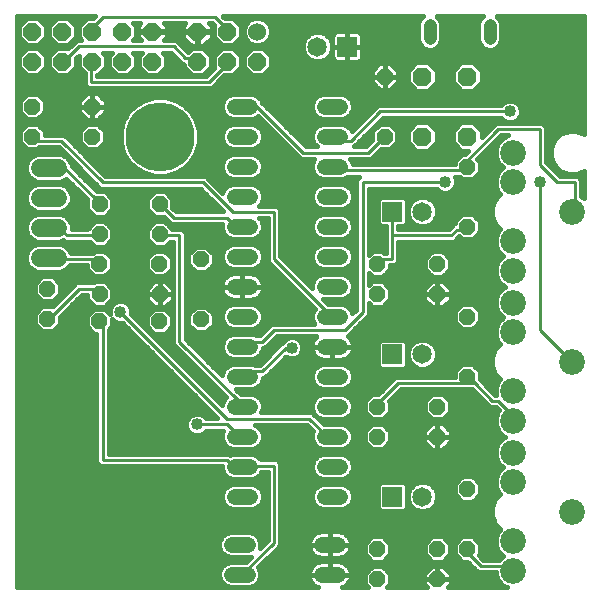
<source format=gbl>
G75*
%MOIN*%
%OFA0B0*%
%FSLAX25Y25*%
%IPPOS*%
%LPD*%
%AMOC8*
5,1,8,0,0,1.08239X$1,22.5*
%
%ADD10C,0.05200*%
%ADD11C,0.08600*%
%ADD12OC8,0.05200*%
%ADD13C,0.06500*%
%ADD14R,0.06500X0.06500*%
%ADD15C,0.04400*%
%ADD16OC8,0.06300*%
%ADD17C,0.06000*%
%ADD18OC8,0.06000*%
%ADD19C,0.23000*%
%ADD20C,0.06000*%
%ADD21C,0.01000*%
%ADD22C,0.01600*%
%ADD23C,0.04000*%
D10*
X0077580Y0013600D02*
X0082780Y0013600D01*
X0082780Y0023600D02*
X0077580Y0023600D01*
X0078400Y0039600D02*
X0083600Y0039600D01*
X0083600Y0049600D02*
X0078400Y0049600D01*
X0078400Y0059600D02*
X0083600Y0059600D01*
X0083600Y0069600D02*
X0078400Y0069600D01*
X0078400Y0079600D02*
X0083600Y0079600D01*
X0083600Y0089600D02*
X0078400Y0089600D01*
X0078400Y0099600D02*
X0083600Y0099600D01*
X0083600Y0109600D02*
X0078400Y0109600D01*
X0078400Y0119600D02*
X0083600Y0119600D01*
X0083600Y0129600D02*
X0078400Y0129600D01*
X0078400Y0139600D02*
X0083600Y0139600D01*
X0083600Y0149600D02*
X0078400Y0149600D01*
X0078400Y0159600D02*
X0083600Y0159600D01*
X0083600Y0169600D02*
X0078400Y0169600D01*
X0108400Y0169600D02*
X0113600Y0169600D01*
X0113600Y0159600D02*
X0108400Y0159600D01*
X0108400Y0149600D02*
X0113600Y0149600D01*
X0113600Y0139600D02*
X0108400Y0139600D01*
X0108400Y0129600D02*
X0113600Y0129600D01*
X0113600Y0119600D02*
X0108400Y0119600D01*
X0108400Y0109600D02*
X0113600Y0109600D01*
X0113600Y0099600D02*
X0108400Y0099600D01*
X0108400Y0089600D02*
X0113600Y0089600D01*
X0113600Y0079600D02*
X0108400Y0079600D01*
X0108400Y0069600D02*
X0113600Y0069600D01*
X0113600Y0059600D02*
X0108400Y0059600D01*
X0108400Y0049600D02*
X0113600Y0049600D01*
X0113600Y0039600D02*
X0108400Y0039600D01*
X0107580Y0023600D02*
X0112780Y0023600D01*
X0112780Y0013600D02*
X0107580Y0013600D01*
D11*
X0171315Y0014915D03*
X0171315Y0024757D03*
X0171315Y0044443D03*
X0171315Y0054285D03*
X0171315Y0064915D03*
X0171315Y0074757D03*
X0171315Y0094443D03*
X0171315Y0104285D03*
X0171315Y0114915D03*
X0171315Y0124757D03*
X0171315Y0144443D03*
X0171315Y0154285D03*
X0191000Y0134600D03*
X0191000Y0084600D03*
X0191000Y0034600D03*
D12*
X0156000Y0042100D03*
X0156000Y0022100D03*
X0146000Y0022100D03*
X0146000Y0012100D03*
X0126000Y0012100D03*
X0126000Y0022100D03*
X0126000Y0059600D03*
X0126000Y0069600D03*
X0146000Y0069600D03*
X0146000Y0059600D03*
X0156000Y0079600D03*
X0156000Y0099600D03*
X0146000Y0107100D03*
X0146000Y0117100D03*
X0156000Y0129600D03*
X0156000Y0149600D03*
X0128500Y0159600D03*
X0128500Y0179600D03*
X0126000Y0117100D03*
X0126000Y0107100D03*
X0067260Y0098670D03*
X0053390Y0098030D03*
X0053500Y0107100D03*
X0053370Y0117230D03*
X0053500Y0127100D03*
X0053500Y0137100D03*
X0033500Y0137100D03*
X0033500Y0127100D03*
X0033370Y0117230D03*
X0033500Y0107100D03*
X0033390Y0098030D03*
X0016000Y0098840D03*
X0016000Y0108840D03*
X0067260Y0118670D03*
X0031000Y0159600D03*
X0031000Y0169600D03*
X0011000Y0169600D03*
X0011000Y0159600D03*
D13*
X0106000Y0189600D03*
X0141000Y0134600D03*
X0141000Y0087100D03*
X0141000Y0039600D03*
D14*
X0131000Y0039600D03*
X0131000Y0087100D03*
X0131000Y0134600D03*
X0116000Y0189600D03*
D15*
X0143500Y0192400D02*
X0143500Y0196800D01*
X0163500Y0196800D02*
X0163500Y0192400D01*
D16*
X0156000Y0179600D03*
X0141000Y0179600D03*
X0141000Y0159600D03*
X0156000Y0159600D03*
D17*
X0086000Y0194600D03*
D18*
X0086000Y0184600D03*
X0076000Y0184600D03*
X0066000Y0184600D03*
X0066000Y0194600D03*
X0076000Y0194600D03*
X0051000Y0194600D03*
X0051000Y0184600D03*
X0041000Y0184600D03*
X0031000Y0184600D03*
X0031000Y0194600D03*
X0041000Y0194600D03*
X0021000Y0194600D03*
X0011000Y0194600D03*
X0011000Y0184600D03*
X0021000Y0184600D03*
D19*
X0053500Y0159600D03*
D20*
X0019470Y0149210D02*
X0013470Y0149210D01*
X0013470Y0139210D02*
X0019470Y0139210D01*
X0019470Y0129210D02*
X0013470Y0129210D01*
X0013470Y0119210D02*
X0019470Y0119210D01*
D21*
X0016748Y0118773D02*
X0016470Y0119210D01*
X0016748Y0118773D02*
X0032496Y0118773D01*
X0033370Y0117230D01*
X0032496Y0108931D02*
X0026591Y0108931D01*
X0016748Y0099088D01*
X0016000Y0098840D01*
X0032496Y0108931D02*
X0033500Y0107100D01*
X0040370Y0101057D02*
X0075803Y0065624D01*
X0103362Y0065624D01*
X0109268Y0059718D01*
X0111000Y0059600D01*
X0126000Y0069600D02*
X0126984Y0071529D01*
X0132890Y0077435D01*
X0158480Y0077435D01*
X0156512Y0079403D01*
X0156000Y0079600D01*
X0158480Y0077435D02*
X0164386Y0071529D01*
X0166354Y0071529D01*
X0172260Y0065624D01*
X0171315Y0064915D01*
X0189976Y0085309D02*
X0191000Y0084600D01*
X0189976Y0085309D02*
X0180134Y0095151D01*
X0180134Y0144364D01*
X0180134Y0150269D02*
X0180134Y0162080D01*
X0166354Y0162080D01*
X0154543Y0150269D01*
X0156000Y0149600D01*
X0154543Y0148301D01*
X0111236Y0148301D01*
X0111000Y0149600D01*
X0111236Y0158143D02*
X0111000Y0159600D01*
X0111236Y0158143D02*
X0117142Y0158143D01*
X0126984Y0167986D01*
X0170291Y0167986D01*
X0180134Y0150269D02*
X0186039Y0144364D01*
X0191945Y0144364D01*
X0191945Y0136490D01*
X0191000Y0134600D01*
X0156000Y0129600D02*
X0154543Y0128616D01*
X0152575Y0128616D01*
X0150606Y0126647D01*
X0130921Y0126647D01*
X0130921Y0134521D01*
X0131000Y0134600D01*
X0130921Y0126647D02*
X0130921Y0118773D01*
X0126984Y0118773D01*
X0126000Y0117100D01*
X0121079Y0101057D02*
X0121079Y0144364D01*
X0148638Y0144364D01*
X0128500Y0159600D02*
X0126984Y0158143D01*
X0123047Y0154206D01*
X0101394Y0154206D01*
X0085646Y0169954D01*
X0081709Y0169954D01*
X0081000Y0169600D01*
X0069898Y0177828D02*
X0075803Y0183734D01*
X0076000Y0184600D01*
X0069898Y0177828D02*
X0030528Y0177828D01*
X0030528Y0183734D01*
X0031000Y0184600D01*
X0026591Y0189639D02*
X0058087Y0189639D01*
X0062024Y0185702D01*
X0065961Y0185702D01*
X0066000Y0184600D01*
X0076000Y0194600D02*
X0075803Y0195545D01*
X0071866Y0199482D01*
X0034465Y0199482D01*
X0030528Y0195545D01*
X0031000Y0194600D01*
X0026591Y0189639D02*
X0022654Y0185702D01*
X0021000Y0184600D01*
X0011000Y0159600D02*
X0012811Y0158143D01*
X0020685Y0158143D01*
X0034465Y0144364D01*
X0067929Y0144364D01*
X0077772Y0134521D01*
X0091551Y0134521D01*
X0091551Y0118773D01*
X0109268Y0101057D01*
X0111000Y0099600D01*
X0115173Y0095151D02*
X0121079Y0101057D01*
X0115173Y0095151D02*
X0091551Y0095151D01*
X0087614Y0091214D01*
X0081709Y0091214D01*
X0081000Y0089600D01*
X0081709Y0081372D02*
X0081000Y0079600D01*
X0081709Y0081372D02*
X0087614Y0081372D01*
X0095488Y0089246D01*
X0097457Y0089246D01*
X0079740Y0071529D02*
X0081000Y0069600D01*
X0079740Y0071529D02*
X0060055Y0091214D01*
X0060055Y0126647D01*
X0054150Y0126647D01*
X0053500Y0127100D01*
X0058087Y0132553D02*
X0075803Y0132553D01*
X0077772Y0130584D01*
X0079740Y0130584D01*
X0081000Y0129600D01*
X0058087Y0132553D02*
X0054150Y0136490D01*
X0053500Y0137100D01*
X0033500Y0137100D02*
X0032496Y0138458D01*
X0020685Y0150269D01*
X0016748Y0150269D01*
X0016470Y0149210D01*
X0016470Y0129210D02*
X0016748Y0128616D01*
X0020685Y0128616D01*
X0022654Y0126647D01*
X0032496Y0126647D01*
X0033500Y0127100D01*
X0033390Y0098030D02*
X0034465Y0097120D01*
X0034465Y0051844D01*
X0075803Y0051844D01*
X0077772Y0049876D01*
X0079740Y0049876D01*
X0081000Y0049600D01*
X0081709Y0049876D01*
X0091551Y0049876D01*
X0091551Y0024285D01*
X0081709Y0014443D01*
X0080180Y0013600D01*
X0081000Y0059600D02*
X0079740Y0059718D01*
X0075803Y0063655D01*
X0065961Y0063655D01*
X0156000Y0022100D02*
X0156512Y0020348D01*
X0160449Y0016411D01*
X0170291Y0016411D01*
X0171315Y0014915D01*
D22*
X0005800Y0009400D02*
X0005800Y0199761D01*
X0031773Y0199761D01*
X0031213Y0199200D01*
X0029095Y0199200D01*
X0026400Y0196505D01*
X0026400Y0192695D01*
X0027355Y0191739D01*
X0025721Y0191739D01*
X0024491Y0190509D01*
X0023043Y0189062D01*
X0022905Y0189200D01*
X0019095Y0189200D01*
X0016400Y0186505D01*
X0016400Y0182695D01*
X0019095Y0180000D01*
X0022905Y0180000D01*
X0025600Y0182695D01*
X0025600Y0185679D01*
X0026400Y0186479D01*
X0026400Y0182695D01*
X0028428Y0180667D01*
X0028428Y0176958D01*
X0029658Y0175728D01*
X0070767Y0175728D01*
X0075039Y0180000D01*
X0077905Y0180000D01*
X0080600Y0182695D01*
X0080600Y0186505D01*
X0077905Y0189200D01*
X0074095Y0189200D01*
X0071400Y0186505D01*
X0071400Y0182695D01*
X0071597Y0182498D01*
X0069028Y0179928D01*
X0032628Y0179928D01*
X0032628Y0180000D01*
X0032905Y0180000D01*
X0035600Y0182695D01*
X0035600Y0186505D01*
X0034566Y0187539D01*
X0037434Y0187539D01*
X0036400Y0186505D01*
X0036400Y0182695D01*
X0039095Y0180000D01*
X0042905Y0180000D01*
X0045600Y0182695D01*
X0045600Y0186505D01*
X0044566Y0187539D01*
X0047434Y0187539D01*
X0046400Y0186505D01*
X0046400Y0182695D01*
X0049095Y0180000D01*
X0052905Y0180000D01*
X0055600Y0182695D01*
X0055600Y0186505D01*
X0054566Y0187539D01*
X0057217Y0187539D01*
X0059924Y0184833D01*
X0059924Y0184833D01*
X0061154Y0183602D01*
X0061400Y0183602D01*
X0061400Y0182695D01*
X0064095Y0180000D01*
X0067905Y0180000D01*
X0070600Y0182695D01*
X0070600Y0186505D01*
X0067905Y0189200D01*
X0064095Y0189200D01*
X0062795Y0187901D01*
X0060187Y0190509D01*
X0060187Y0190509D01*
X0058956Y0191739D01*
X0054928Y0191739D01*
X0055800Y0192612D01*
X0055800Y0194400D01*
X0051200Y0194400D01*
X0051200Y0194800D01*
X0055800Y0194800D01*
X0055800Y0196588D01*
X0055006Y0197382D01*
X0061994Y0197382D01*
X0061200Y0196588D01*
X0061200Y0194800D01*
X0065800Y0194800D01*
X0065800Y0194400D01*
X0066200Y0194400D01*
X0066200Y0194800D01*
X0070800Y0194800D01*
X0070800Y0196588D01*
X0070006Y0197382D01*
X0070996Y0197382D01*
X0071636Y0196742D01*
X0071400Y0196505D01*
X0071400Y0192695D01*
X0074095Y0190000D01*
X0077905Y0190000D01*
X0080600Y0192695D01*
X0080600Y0196505D01*
X0077905Y0199200D01*
X0075118Y0199200D01*
X0074557Y0199761D01*
X0141087Y0199761D01*
X0140279Y0198953D01*
X0139700Y0197556D01*
X0139700Y0191644D01*
X0140279Y0190247D01*
X0141347Y0189179D01*
X0142744Y0188600D01*
X0144256Y0188600D01*
X0145653Y0189179D01*
X0146721Y0190247D01*
X0147300Y0191644D01*
X0147300Y0197556D01*
X0146721Y0198953D01*
X0145913Y0199761D01*
X0161087Y0199761D01*
X0160279Y0198953D01*
X0159700Y0197556D01*
X0159700Y0191644D01*
X0160279Y0190247D01*
X0161347Y0189179D01*
X0162744Y0188600D01*
X0164256Y0188600D01*
X0165653Y0189179D01*
X0166721Y0190247D01*
X0167300Y0191644D01*
X0167300Y0197556D01*
X0166721Y0198953D01*
X0165913Y0199761D01*
X0194901Y0199761D01*
X0194901Y0160422D01*
X0192425Y0161447D01*
X0189575Y0161447D01*
X0186943Y0160357D01*
X0184928Y0158342D01*
X0183838Y0155710D01*
X0183838Y0152860D01*
X0184928Y0150228D01*
X0186943Y0148213D01*
X0189575Y0147123D01*
X0192425Y0147123D01*
X0194901Y0148148D01*
X0194901Y0139043D01*
X0194342Y0139602D01*
X0194045Y0139725D01*
X0194045Y0145234D01*
X0192815Y0146464D01*
X0186909Y0146464D01*
X0182234Y0151139D01*
X0182234Y0162950D01*
X0181004Y0164180D01*
X0165484Y0164180D01*
X0160750Y0159446D01*
X0160750Y0161568D01*
X0157968Y0164350D01*
X0154032Y0164350D01*
X0151250Y0161568D01*
X0151250Y0157632D01*
X0154032Y0154850D01*
X0156154Y0154850D01*
X0155104Y0153800D01*
X0154260Y0153800D01*
X0151800Y0151340D01*
X0151800Y0150401D01*
X0117800Y0150401D01*
X0117800Y0150435D01*
X0117161Y0151979D01*
X0117033Y0152106D01*
X0123917Y0152106D01*
X0125147Y0153336D01*
X0127211Y0155400D01*
X0130240Y0155400D01*
X0132700Y0157860D01*
X0132700Y0161340D01*
X0130240Y0163800D01*
X0126760Y0163800D01*
X0124300Y0161340D01*
X0124300Y0158429D01*
X0122177Y0156306D01*
X0118275Y0156306D01*
X0119242Y0157273D01*
X0127854Y0165886D01*
X0167300Y0165886D01*
X0168252Y0164934D01*
X0169575Y0164386D01*
X0171007Y0164386D01*
X0172331Y0164934D01*
X0173343Y0165947D01*
X0173891Y0167270D01*
X0173891Y0168702D01*
X0173343Y0170025D01*
X0172331Y0171038D01*
X0171007Y0171586D01*
X0169575Y0171586D01*
X0168252Y0171038D01*
X0167300Y0170086D01*
X0126114Y0170086D01*
X0117409Y0161380D01*
X0117161Y0161979D01*
X0115979Y0163161D01*
X0114435Y0163800D01*
X0107565Y0163800D01*
X0106021Y0163161D01*
X0104839Y0161979D01*
X0104200Y0160435D01*
X0104200Y0158765D01*
X0104839Y0157221D01*
X0105754Y0156306D01*
X0102264Y0156306D01*
X0087746Y0170824D01*
X0087564Y0171006D01*
X0087161Y0171979D01*
X0085979Y0173161D01*
X0084435Y0173800D01*
X0077565Y0173800D01*
X0076021Y0173161D01*
X0074839Y0171979D01*
X0074200Y0170435D01*
X0074200Y0168765D01*
X0074839Y0167221D01*
X0076021Y0166039D01*
X0077565Y0165400D01*
X0084435Y0165400D01*
X0085979Y0166039D01*
X0086285Y0166345D01*
X0100524Y0152106D01*
X0104967Y0152106D01*
X0104839Y0151979D01*
X0104200Y0150435D01*
X0104200Y0148765D01*
X0104839Y0147221D01*
X0106021Y0146039D01*
X0107565Y0145400D01*
X0114435Y0145400D01*
X0115979Y0146039D01*
X0116140Y0146201D01*
X0119946Y0146201D01*
X0118979Y0145234D01*
X0118979Y0101927D01*
X0117709Y0100656D01*
X0117161Y0101979D01*
X0115979Y0103161D01*
X0114435Y0103800D01*
X0109494Y0103800D01*
X0107894Y0105400D01*
X0114435Y0105400D01*
X0115979Y0106039D01*
X0117161Y0107221D01*
X0117800Y0108765D01*
X0117800Y0110435D01*
X0117161Y0111979D01*
X0115979Y0113161D01*
X0114435Y0113800D01*
X0107565Y0113800D01*
X0106021Y0113161D01*
X0104839Y0111979D01*
X0104200Y0110435D01*
X0104200Y0109094D01*
X0093651Y0119643D01*
X0093651Y0135391D01*
X0092421Y0136621D01*
X0086561Y0136621D01*
X0087161Y0137221D01*
X0087800Y0138765D01*
X0087800Y0140435D01*
X0087161Y0141979D01*
X0085979Y0143161D01*
X0084435Y0143800D01*
X0077565Y0143800D01*
X0076021Y0143161D01*
X0074839Y0141979D01*
X0074384Y0140879D01*
X0070029Y0145234D01*
X0068799Y0146464D01*
X0035334Y0146464D01*
X0022785Y0159013D01*
X0021555Y0160243D01*
X0015200Y0160243D01*
X0015200Y0161340D01*
X0012740Y0163800D01*
X0009260Y0163800D01*
X0006800Y0161340D01*
X0006800Y0157860D01*
X0009260Y0155400D01*
X0012740Y0155400D01*
X0013383Y0156043D01*
X0019815Y0156043D01*
X0033595Y0142264D01*
X0067059Y0142264D01*
X0074670Y0134653D01*
X0058956Y0134653D01*
X0057700Y0135909D01*
X0057700Y0138840D01*
X0055240Y0141300D01*
X0051760Y0141300D01*
X0049300Y0138840D01*
X0049300Y0135360D01*
X0051760Y0132900D01*
X0054770Y0132900D01*
X0055987Y0131683D01*
X0057217Y0130453D01*
X0074207Y0130453D01*
X0074200Y0130435D01*
X0074200Y0128765D01*
X0074839Y0127221D01*
X0076021Y0126039D01*
X0077565Y0125400D01*
X0084435Y0125400D01*
X0085979Y0126039D01*
X0087161Y0127221D01*
X0087800Y0128765D01*
X0087800Y0130435D01*
X0087161Y0131979D01*
X0086718Y0132421D01*
X0089451Y0132421D01*
X0089451Y0117903D01*
X0090681Y0116673D01*
X0105107Y0102247D01*
X0104839Y0101979D01*
X0104200Y0100435D01*
X0104200Y0098765D01*
X0104827Y0097251D01*
X0090681Y0097251D01*
X0089451Y0096021D01*
X0086744Y0093314D01*
X0085608Y0093314D01*
X0084435Y0093800D01*
X0077565Y0093800D01*
X0076021Y0093161D01*
X0074839Y0091979D01*
X0074200Y0090435D01*
X0074200Y0088765D01*
X0074839Y0087221D01*
X0076021Y0086039D01*
X0077565Y0085400D01*
X0084435Y0085400D01*
X0085979Y0086039D01*
X0087161Y0087221D01*
X0087800Y0088765D01*
X0087800Y0089114D01*
X0088484Y0089114D01*
X0092421Y0093051D01*
X0105664Y0093051D01*
X0105534Y0092956D01*
X0105044Y0092466D01*
X0104637Y0091906D01*
X0104322Y0091289D01*
X0104108Y0090630D01*
X0104000Y0089946D01*
X0104000Y0089600D01*
X0111000Y0089600D01*
X0118000Y0089600D01*
X0118000Y0089946D01*
X0117892Y0090630D01*
X0117678Y0091289D01*
X0117363Y0091906D01*
X0116956Y0092466D01*
X0116466Y0092956D01*
X0116166Y0093174D01*
X0121949Y0098957D01*
X0123179Y0100187D01*
X0123179Y0103982D01*
X0124260Y0102900D01*
X0127740Y0102900D01*
X0130200Y0105360D01*
X0130200Y0108840D01*
X0127740Y0111300D01*
X0124260Y0111300D01*
X0123179Y0110218D01*
X0123179Y0113982D01*
X0124260Y0112900D01*
X0127740Y0112900D01*
X0130200Y0115360D01*
X0130200Y0116673D01*
X0131791Y0116673D01*
X0133021Y0117903D01*
X0133021Y0124547D01*
X0151476Y0124547D01*
X0153295Y0126366D01*
X0154260Y0125400D01*
X0157740Y0125400D01*
X0160200Y0127860D01*
X0160200Y0131340D01*
X0157740Y0133800D01*
X0154260Y0133800D01*
X0151800Y0131340D01*
X0151800Y0130716D01*
X0151705Y0130716D01*
X0150475Y0129486D01*
X0150475Y0129486D01*
X0149736Y0128747D01*
X0133021Y0128747D01*
X0133021Y0129750D01*
X0134913Y0129750D01*
X0135850Y0130687D01*
X0135850Y0138513D01*
X0134913Y0139450D01*
X0127087Y0139450D01*
X0126150Y0138513D01*
X0126150Y0130687D01*
X0127087Y0129750D01*
X0128821Y0129750D01*
X0128821Y0120873D01*
X0128166Y0120873D01*
X0127740Y0121300D01*
X0124260Y0121300D01*
X0123179Y0120218D01*
X0123179Y0142264D01*
X0145647Y0142264D01*
X0146599Y0141312D01*
X0147922Y0140764D01*
X0149354Y0140764D01*
X0150677Y0141312D01*
X0151690Y0142325D01*
X0152238Y0143648D01*
X0152238Y0145080D01*
X0151773Y0146201D01*
X0153460Y0146201D01*
X0154260Y0145400D01*
X0157740Y0145400D01*
X0160200Y0147860D01*
X0160200Y0151340D01*
X0159392Y0152148D01*
X0167224Y0159980D01*
X0169647Y0159980D01*
X0167973Y0159287D01*
X0166313Y0157627D01*
X0165415Y0155459D01*
X0165415Y0153111D01*
X0166313Y0150943D01*
X0167892Y0149364D01*
X0166313Y0147785D01*
X0165415Y0145616D01*
X0165415Y0143269D01*
X0166313Y0141100D01*
X0167000Y0140414D01*
X0165243Y0138657D01*
X0164153Y0136025D01*
X0164153Y0133175D01*
X0165243Y0130543D01*
X0167000Y0128786D01*
X0166313Y0128100D01*
X0165415Y0125931D01*
X0165415Y0123584D01*
X0166313Y0121415D01*
X0167892Y0119836D01*
X0166313Y0118257D01*
X0165415Y0116089D01*
X0165415Y0113741D01*
X0166313Y0111573D01*
X0167973Y0109913D01*
X0168729Y0109600D01*
X0167973Y0109287D01*
X0166313Y0107627D01*
X0165415Y0105459D01*
X0165415Y0103111D01*
X0166313Y0100943D01*
X0167892Y0099364D01*
X0166313Y0097785D01*
X0165415Y0095616D01*
X0165415Y0093269D01*
X0166313Y0091100D01*
X0167000Y0090414D01*
X0165243Y0088657D01*
X0164153Y0086025D01*
X0164153Y0083175D01*
X0165243Y0080543D01*
X0167000Y0078786D01*
X0166313Y0078100D01*
X0165415Y0075931D01*
X0165415Y0073629D01*
X0165256Y0073629D01*
X0160580Y0078304D01*
X0160200Y0078685D01*
X0160200Y0081340D01*
X0157740Y0083800D01*
X0154260Y0083800D01*
X0151800Y0081340D01*
X0151800Y0079535D01*
X0132020Y0079535D01*
X0130790Y0078304D01*
X0126285Y0073800D01*
X0124260Y0073800D01*
X0121800Y0071340D01*
X0121800Y0067860D01*
X0124260Y0065400D01*
X0127740Y0065400D01*
X0130200Y0067860D01*
X0130200Y0071340D01*
X0129982Y0071557D01*
X0133760Y0075335D01*
X0157610Y0075335D01*
X0162286Y0070659D01*
X0163516Y0069429D01*
X0165484Y0069429D01*
X0166485Y0068429D01*
X0166313Y0068257D01*
X0165415Y0066089D01*
X0165415Y0063741D01*
X0166313Y0061573D01*
X0167973Y0059913D01*
X0168729Y0059600D01*
X0167973Y0059287D01*
X0166313Y0057627D01*
X0165415Y0055459D01*
X0165415Y0053111D01*
X0166313Y0050943D01*
X0167892Y0049364D01*
X0166313Y0047785D01*
X0165415Y0045616D01*
X0165415Y0043269D01*
X0166313Y0041100D01*
X0167000Y0040414D01*
X0165243Y0038657D01*
X0164153Y0036025D01*
X0164153Y0033175D01*
X0165243Y0030543D01*
X0167000Y0028786D01*
X0166313Y0028100D01*
X0165415Y0025931D01*
X0165415Y0023584D01*
X0166313Y0021415D01*
X0167892Y0019836D01*
X0166567Y0018511D01*
X0161319Y0018511D01*
X0159835Y0019995D01*
X0160200Y0020360D01*
X0160200Y0023840D01*
X0157740Y0026300D01*
X0154260Y0026300D01*
X0151800Y0023840D01*
X0151800Y0020360D01*
X0154260Y0017900D01*
X0155990Y0017900D01*
X0158349Y0015541D01*
X0159579Y0014311D01*
X0165415Y0014311D01*
X0165415Y0013741D01*
X0166313Y0011573D01*
X0167973Y0009913D01*
X0169212Y0009400D01*
X0149523Y0009400D01*
X0150400Y0010277D01*
X0150400Y0012100D01*
X0150400Y0013923D01*
X0147823Y0016500D01*
X0146000Y0016500D01*
X0146000Y0012100D01*
X0146000Y0012100D01*
X0150400Y0012100D01*
X0146000Y0012100D01*
X0146000Y0012100D01*
X0146000Y0012100D01*
X0141600Y0012100D01*
X0141600Y0013923D01*
X0144177Y0016500D01*
X0146000Y0016500D01*
X0146000Y0012100D01*
X0141600Y0012100D01*
X0141600Y0010277D01*
X0142477Y0009400D01*
X0129240Y0009400D01*
X0130200Y0010360D01*
X0130200Y0013840D01*
X0127740Y0016300D01*
X0124260Y0016300D01*
X0121800Y0013840D01*
X0121800Y0010360D01*
X0122760Y0009400D01*
X0114092Y0009400D01*
X0114469Y0009522D01*
X0115086Y0009837D01*
X0115646Y0010244D01*
X0116136Y0010734D01*
X0116543Y0011294D01*
X0116858Y0011911D01*
X0117072Y0012570D01*
X0117180Y0013254D01*
X0117180Y0013600D01*
X0117180Y0013946D01*
X0117072Y0014630D01*
X0116858Y0015289D01*
X0116543Y0015906D01*
X0116136Y0016466D01*
X0115646Y0016956D01*
X0115086Y0017363D01*
X0114469Y0017678D01*
X0113810Y0017892D01*
X0113126Y0018000D01*
X0110180Y0018000D01*
X0110180Y0013600D01*
X0110180Y0013600D01*
X0117180Y0013600D01*
X0110180Y0013600D01*
X0110180Y0013600D01*
X0110180Y0013600D01*
X0103180Y0013600D01*
X0103180Y0013946D01*
X0103288Y0014630D01*
X0103502Y0015289D01*
X0103817Y0015906D01*
X0104224Y0016466D01*
X0104714Y0016956D01*
X0105274Y0017363D01*
X0105891Y0017678D01*
X0106550Y0017892D01*
X0107234Y0018000D01*
X0110180Y0018000D01*
X0110180Y0013600D01*
X0103180Y0013600D01*
X0103180Y0013254D01*
X0103288Y0012570D01*
X0103502Y0011911D01*
X0103817Y0011294D01*
X0104224Y0010734D01*
X0104714Y0010244D01*
X0105274Y0009837D01*
X0105891Y0009522D01*
X0106268Y0009400D01*
X0005800Y0009400D01*
X0005800Y0010994D02*
X0074246Y0010994D01*
X0074019Y0011221D02*
X0075201Y0010039D01*
X0076745Y0009400D01*
X0083615Y0009400D01*
X0085159Y0010039D01*
X0086341Y0011221D01*
X0086980Y0012765D01*
X0086980Y0014435D01*
X0086341Y0015979D01*
X0086278Y0016042D01*
X0092421Y0022185D01*
X0093651Y0023415D01*
X0093651Y0050745D01*
X0092421Y0051976D01*
X0087162Y0051976D01*
X0087161Y0051979D01*
X0085979Y0053161D01*
X0084435Y0053800D01*
X0077565Y0053800D01*
X0077036Y0053581D01*
X0076673Y0053944D01*
X0036565Y0053944D01*
X0036565Y0095265D01*
X0037590Y0096290D01*
X0037590Y0098746D01*
X0038331Y0098005D01*
X0039654Y0097457D01*
X0041000Y0097457D01*
X0072702Y0065755D01*
X0068952Y0065755D01*
X0068000Y0066707D01*
X0066677Y0067255D01*
X0065245Y0067255D01*
X0063921Y0066707D01*
X0062909Y0065694D01*
X0062361Y0064371D01*
X0062361Y0062939D01*
X0062909Y0061616D01*
X0063921Y0060603D01*
X0065245Y0060055D01*
X0066677Y0060055D01*
X0068000Y0060603D01*
X0068952Y0061555D01*
X0074664Y0061555D01*
X0074200Y0060435D01*
X0074200Y0058765D01*
X0074839Y0057221D01*
X0076021Y0056039D01*
X0077565Y0055400D01*
X0084435Y0055400D01*
X0085979Y0056039D01*
X0087161Y0057221D01*
X0087800Y0058765D01*
X0087800Y0060435D01*
X0087161Y0061979D01*
X0085979Y0063161D01*
X0085103Y0063524D01*
X0102492Y0063524D01*
X0104604Y0061412D01*
X0104200Y0060435D01*
X0104200Y0058765D01*
X0104839Y0057221D01*
X0106021Y0056039D01*
X0107565Y0055400D01*
X0114435Y0055400D01*
X0115979Y0056039D01*
X0117161Y0057221D01*
X0117800Y0058765D01*
X0117800Y0060435D01*
X0117161Y0061979D01*
X0115979Y0063161D01*
X0114435Y0063800D01*
X0108156Y0063800D01*
X0105462Y0066493D01*
X0104232Y0067724D01*
X0087369Y0067724D01*
X0087800Y0068765D01*
X0087800Y0070435D01*
X0087161Y0071979D01*
X0085979Y0073161D01*
X0084435Y0073800D01*
X0080439Y0073800D01*
X0078839Y0075400D01*
X0084435Y0075400D01*
X0085979Y0076039D01*
X0087161Y0077221D01*
X0087800Y0078765D01*
X0087800Y0079272D01*
X0088484Y0079272D01*
X0095412Y0086199D01*
X0095417Y0086194D01*
X0096741Y0085646D01*
X0098173Y0085646D01*
X0099496Y0086194D01*
X0100509Y0087206D01*
X0101057Y0088530D01*
X0101057Y0089962D01*
X0100509Y0091285D01*
X0099496Y0092298D01*
X0098173Y0092846D01*
X0096741Y0092846D01*
X0095417Y0092298D01*
X0094405Y0091285D01*
X0094297Y0091024D01*
X0093388Y0090116D01*
X0086744Y0083472D01*
X0085228Y0083472D01*
X0084435Y0083800D01*
X0077565Y0083800D01*
X0076021Y0083161D01*
X0074839Y0081979D01*
X0074200Y0080435D01*
X0074200Y0080039D01*
X0062155Y0092084D01*
X0062155Y0127517D01*
X0060925Y0128747D01*
X0057700Y0128747D01*
X0057700Y0128840D01*
X0055240Y0131300D01*
X0051760Y0131300D01*
X0049300Y0128840D01*
X0049300Y0125360D01*
X0051760Y0122900D01*
X0055240Y0122900D01*
X0056887Y0124547D01*
X0057955Y0124547D01*
X0057955Y0090344D01*
X0059185Y0089114D01*
X0075580Y0072720D01*
X0074839Y0071979D01*
X0074200Y0070435D01*
X0074200Y0070197D01*
X0043970Y0100427D01*
X0043970Y0101773D01*
X0043422Y0103096D01*
X0042409Y0104109D01*
X0041086Y0104657D01*
X0039654Y0104657D01*
X0038331Y0104109D01*
X0037318Y0103096D01*
X0036770Y0101773D01*
X0036770Y0100590D01*
X0035130Y0102230D01*
X0031650Y0102230D01*
X0029190Y0099770D01*
X0029190Y0096290D01*
X0031650Y0093830D01*
X0032365Y0093830D01*
X0032365Y0050974D01*
X0033595Y0049744D01*
X0074200Y0049744D01*
X0074200Y0048765D01*
X0074839Y0047221D01*
X0076021Y0046039D01*
X0077565Y0045400D01*
X0084435Y0045400D01*
X0085979Y0046039D01*
X0087161Y0047221D01*
X0087390Y0047776D01*
X0089451Y0047776D01*
X0089451Y0025155D01*
X0086923Y0022626D01*
X0086980Y0022765D01*
X0086980Y0024435D01*
X0086341Y0025979D01*
X0085159Y0027161D01*
X0083615Y0027800D01*
X0076745Y0027800D01*
X0075201Y0027161D01*
X0074019Y0025979D01*
X0073380Y0024435D01*
X0073380Y0022765D01*
X0074019Y0021221D01*
X0075201Y0020039D01*
X0076745Y0019400D01*
X0083615Y0019400D01*
X0083754Y0019457D01*
X0082096Y0017800D01*
X0076745Y0017800D01*
X0075201Y0017161D01*
X0074019Y0015979D01*
X0073380Y0014435D01*
X0073380Y0012765D01*
X0074019Y0011221D01*
X0073451Y0012593D02*
X0005800Y0012593D01*
X0005800Y0014191D02*
X0073380Y0014191D01*
X0073941Y0015790D02*
X0005800Y0015790D01*
X0005800Y0017388D02*
X0075750Y0017388D01*
X0074655Y0020585D02*
X0005800Y0020585D01*
X0005800Y0018987D02*
X0083283Y0018987D01*
X0086419Y0015790D02*
X0103757Y0015790D01*
X0103219Y0014191D02*
X0086980Y0014191D01*
X0086909Y0012593D02*
X0103285Y0012593D01*
X0104035Y0010994D02*
X0086114Y0010994D01*
X0087624Y0017388D02*
X0105323Y0017388D01*
X0105891Y0019522D02*
X0106550Y0019308D01*
X0107234Y0019200D01*
X0110180Y0019200D01*
X0113126Y0019200D01*
X0113810Y0019308D01*
X0114469Y0019522D01*
X0115086Y0019837D01*
X0115646Y0020244D01*
X0116136Y0020734D01*
X0116543Y0021294D01*
X0116858Y0021911D01*
X0117072Y0022570D01*
X0117180Y0023254D01*
X0117180Y0023600D01*
X0117180Y0023946D01*
X0117072Y0024630D01*
X0116858Y0025289D01*
X0116543Y0025906D01*
X0116136Y0026466D01*
X0115646Y0026956D01*
X0115086Y0027363D01*
X0114469Y0027678D01*
X0113810Y0027892D01*
X0113126Y0028000D01*
X0110180Y0028000D01*
X0110180Y0023600D01*
X0110180Y0023600D01*
X0117180Y0023600D01*
X0110180Y0023600D01*
X0110180Y0023600D01*
X0110180Y0028000D01*
X0107234Y0028000D01*
X0106550Y0027892D01*
X0105891Y0027678D01*
X0105274Y0027363D01*
X0104714Y0026956D01*
X0104224Y0026466D01*
X0103817Y0025906D01*
X0103502Y0025289D01*
X0103288Y0024630D01*
X0103180Y0023946D01*
X0103180Y0023600D01*
X0110180Y0023600D01*
X0110180Y0019200D01*
X0110180Y0023600D01*
X0110180Y0023600D01*
X0110180Y0023600D01*
X0103180Y0023600D01*
X0103180Y0023254D01*
X0103288Y0022570D01*
X0103502Y0021911D01*
X0103817Y0021294D01*
X0104224Y0020734D01*
X0104714Y0020244D01*
X0105274Y0019837D01*
X0105891Y0019522D01*
X0104372Y0020585D02*
X0090821Y0020585D01*
X0089223Y0018987D02*
X0123174Y0018987D01*
X0124260Y0017900D02*
X0121800Y0020360D01*
X0121800Y0023840D01*
X0124260Y0026300D01*
X0127740Y0026300D01*
X0130200Y0023840D01*
X0130200Y0020360D01*
X0127740Y0017900D01*
X0124260Y0017900D01*
X0123750Y0015790D02*
X0116603Y0015790D01*
X0117141Y0014191D02*
X0122151Y0014191D01*
X0121800Y0012593D02*
X0117075Y0012593D01*
X0116325Y0010994D02*
X0121800Y0010994D01*
X0128250Y0015790D02*
X0143467Y0015790D01*
X0144260Y0017900D02*
X0147740Y0017900D01*
X0150200Y0020360D01*
X0150200Y0023840D01*
X0147740Y0026300D01*
X0144260Y0026300D01*
X0141800Y0023840D01*
X0141800Y0020360D01*
X0144260Y0017900D01*
X0143174Y0018987D02*
X0128826Y0018987D01*
X0130200Y0020585D02*
X0141800Y0020585D01*
X0141800Y0022184D02*
X0130200Y0022184D01*
X0130200Y0023782D02*
X0141800Y0023782D01*
X0143341Y0025381D02*
X0128659Y0025381D01*
X0123341Y0025381D02*
X0116811Y0025381D01*
X0117180Y0023782D02*
X0121800Y0023782D01*
X0121800Y0022184D02*
X0116946Y0022184D01*
X0115988Y0020585D02*
X0121800Y0020585D01*
X0115037Y0017388D02*
X0156502Y0017388D01*
X0158100Y0015790D02*
X0148533Y0015790D01*
X0150131Y0014191D02*
X0165415Y0014191D01*
X0165891Y0012593D02*
X0150400Y0012593D01*
X0150400Y0010994D02*
X0166892Y0010994D01*
X0167043Y0018987D02*
X0160843Y0018987D01*
X0160200Y0020585D02*
X0167143Y0020585D01*
X0165995Y0022184D02*
X0160200Y0022184D01*
X0160200Y0023782D02*
X0165415Y0023782D01*
X0165415Y0025381D02*
X0158659Y0025381D01*
X0153341Y0025381D02*
X0148659Y0025381D01*
X0150200Y0023782D02*
X0151800Y0023782D01*
X0151800Y0022184D02*
X0150200Y0022184D01*
X0150200Y0020585D02*
X0151800Y0020585D01*
X0153174Y0018987D02*
X0148826Y0018987D01*
X0146000Y0015790D02*
X0146000Y0015790D01*
X0146000Y0014191D02*
X0146000Y0014191D01*
X0146000Y0012593D02*
X0146000Y0012593D01*
X0141869Y0014191D02*
X0129849Y0014191D01*
X0130200Y0012593D02*
X0141600Y0012593D01*
X0141600Y0010994D02*
X0130200Y0010994D01*
X0115615Y0026979D02*
X0165849Y0026979D01*
X0166791Y0028578D02*
X0093651Y0028578D01*
X0093651Y0030176D02*
X0165610Y0030176D01*
X0164733Y0031775D02*
X0093651Y0031775D01*
X0093651Y0033373D02*
X0164153Y0033373D01*
X0164153Y0034972D02*
X0142500Y0034972D01*
X0141965Y0034750D02*
X0143747Y0035488D01*
X0145112Y0036853D01*
X0145850Y0038635D01*
X0145850Y0040565D01*
X0145112Y0042347D01*
X0143747Y0043712D01*
X0141965Y0044450D01*
X0140035Y0044450D01*
X0138253Y0043712D01*
X0136888Y0042347D01*
X0136150Y0040565D01*
X0136150Y0038635D01*
X0136888Y0036853D01*
X0138253Y0035488D01*
X0140035Y0034750D01*
X0141965Y0034750D01*
X0144829Y0036570D02*
X0164379Y0036570D01*
X0165041Y0038169D02*
X0158008Y0038169D01*
X0157740Y0037900D02*
X0160200Y0040360D01*
X0160200Y0043840D01*
X0157740Y0046300D01*
X0154260Y0046300D01*
X0151800Y0043840D01*
X0151800Y0040360D01*
X0154260Y0037900D01*
X0157740Y0037900D01*
X0159607Y0039767D02*
X0166353Y0039767D01*
X0166203Y0041366D02*
X0160200Y0041366D01*
X0160200Y0042964D02*
X0165541Y0042964D01*
X0165415Y0044563D02*
X0159477Y0044563D01*
X0157878Y0046161D02*
X0165641Y0046161D01*
X0166303Y0047760D02*
X0117384Y0047760D01*
X0117161Y0047221D02*
X0117800Y0048765D01*
X0117800Y0050435D01*
X0117161Y0051979D01*
X0115979Y0053161D01*
X0114435Y0053800D01*
X0107565Y0053800D01*
X0106021Y0053161D01*
X0104839Y0051979D01*
X0104200Y0050435D01*
X0104200Y0048765D01*
X0104839Y0047221D01*
X0106021Y0046039D01*
X0107565Y0045400D01*
X0114435Y0045400D01*
X0115979Y0046039D01*
X0117161Y0047221D01*
X0116101Y0046161D02*
X0154122Y0046161D01*
X0152523Y0044563D02*
X0093651Y0044563D01*
X0093651Y0046161D02*
X0105899Y0046161D01*
X0104616Y0047760D02*
X0093651Y0047760D01*
X0093651Y0049358D02*
X0104200Y0049358D01*
X0104416Y0050957D02*
X0093440Y0050957D01*
X0089451Y0047760D02*
X0087384Y0047760D01*
X0086101Y0046161D02*
X0089451Y0046161D01*
X0089451Y0044563D02*
X0005800Y0044563D01*
X0005800Y0046161D02*
X0075899Y0046161D01*
X0074616Y0047760D02*
X0005800Y0047760D01*
X0005800Y0049358D02*
X0074200Y0049358D01*
X0076021Y0043161D02*
X0074839Y0041979D01*
X0074200Y0040435D01*
X0074200Y0038765D01*
X0074839Y0037221D01*
X0076021Y0036039D01*
X0077565Y0035400D01*
X0084435Y0035400D01*
X0085979Y0036039D01*
X0087161Y0037221D01*
X0087800Y0038765D01*
X0087800Y0040435D01*
X0087161Y0041979D01*
X0085979Y0043161D01*
X0084435Y0043800D01*
X0077565Y0043800D01*
X0076021Y0043161D01*
X0075825Y0042964D02*
X0005800Y0042964D01*
X0005800Y0041366D02*
X0074585Y0041366D01*
X0074200Y0039767D02*
X0005800Y0039767D01*
X0005800Y0038169D02*
X0074447Y0038169D01*
X0075490Y0036570D02*
X0005800Y0036570D01*
X0005800Y0034972D02*
X0089451Y0034972D01*
X0089451Y0036570D02*
X0086510Y0036570D01*
X0087553Y0038169D02*
X0089451Y0038169D01*
X0089451Y0039767D02*
X0087800Y0039767D01*
X0087415Y0041366D02*
X0089451Y0041366D01*
X0089451Y0042964D02*
X0086175Y0042964D01*
X0093651Y0042964D02*
X0105825Y0042964D01*
X0106021Y0043161D02*
X0104839Y0041979D01*
X0104200Y0040435D01*
X0104200Y0038765D01*
X0104839Y0037221D01*
X0106021Y0036039D01*
X0107565Y0035400D01*
X0114435Y0035400D01*
X0115979Y0036039D01*
X0117161Y0037221D01*
X0117800Y0038765D01*
X0117800Y0040435D01*
X0117161Y0041979D01*
X0115979Y0043161D01*
X0114435Y0043800D01*
X0107565Y0043800D01*
X0106021Y0043161D01*
X0104585Y0041366D02*
X0093651Y0041366D01*
X0093651Y0039767D02*
X0104200Y0039767D01*
X0104447Y0038169D02*
X0093651Y0038169D01*
X0093651Y0036570D02*
X0105490Y0036570D01*
X0104745Y0026979D02*
X0093651Y0026979D01*
X0093651Y0025381D02*
X0103549Y0025381D01*
X0103180Y0023782D02*
X0093651Y0023782D01*
X0092420Y0022184D02*
X0103414Y0022184D01*
X0110180Y0022184D02*
X0110180Y0022184D01*
X0110180Y0023782D02*
X0110180Y0023782D01*
X0110180Y0025381D02*
X0110180Y0025381D01*
X0110180Y0026979D02*
X0110180Y0026979D01*
X0110180Y0020585D02*
X0110180Y0020585D01*
X0110180Y0017388D02*
X0110180Y0017388D01*
X0110180Y0015790D02*
X0110180Y0015790D01*
X0110180Y0014191D02*
X0110180Y0014191D01*
X0089451Y0025381D02*
X0086588Y0025381D01*
X0086980Y0023782D02*
X0088078Y0023782D01*
X0089451Y0026979D02*
X0085341Y0026979D01*
X0089451Y0028578D02*
X0005800Y0028578D01*
X0005800Y0030176D02*
X0089451Y0030176D01*
X0089451Y0031775D02*
X0005800Y0031775D01*
X0005800Y0033373D02*
X0089451Y0033373D01*
X0093651Y0034972D02*
X0126866Y0034972D01*
X0127087Y0034750D02*
X0134913Y0034750D01*
X0135850Y0035687D01*
X0135850Y0043513D01*
X0134913Y0044450D01*
X0127087Y0044450D01*
X0126150Y0043513D01*
X0126150Y0035687D01*
X0127087Y0034750D01*
X0126150Y0036570D02*
X0116510Y0036570D01*
X0117553Y0038169D02*
X0126150Y0038169D01*
X0126150Y0039767D02*
X0117800Y0039767D01*
X0117415Y0041366D02*
X0126150Y0041366D01*
X0126150Y0042964D02*
X0116175Y0042964D01*
X0117800Y0049358D02*
X0167887Y0049358D01*
X0166307Y0050957D02*
X0117584Y0050957D01*
X0116584Y0052555D02*
X0165645Y0052555D01*
X0165415Y0054154D02*
X0036565Y0054154D01*
X0036565Y0055752D02*
X0076714Y0055752D01*
X0074786Y0057351D02*
X0036565Y0057351D01*
X0036565Y0058949D02*
X0074200Y0058949D01*
X0074247Y0060548D02*
X0067866Y0060548D01*
X0064055Y0060548D02*
X0036565Y0060548D01*
X0036565Y0062146D02*
X0062689Y0062146D01*
X0062361Y0063745D02*
X0036565Y0063745D01*
X0036565Y0065343D02*
X0062763Y0065343D01*
X0064488Y0066942D02*
X0036565Y0066942D01*
X0036565Y0068540D02*
X0069916Y0068540D01*
X0068318Y0070139D02*
X0036565Y0070139D01*
X0036565Y0071737D02*
X0066719Y0071737D01*
X0065121Y0073336D02*
X0036565Y0073336D01*
X0036565Y0074934D02*
X0063522Y0074934D01*
X0061924Y0076533D02*
X0036565Y0076533D01*
X0036565Y0078132D02*
X0060325Y0078132D01*
X0058727Y0079730D02*
X0036565Y0079730D01*
X0036565Y0081329D02*
X0057128Y0081329D01*
X0055530Y0082927D02*
X0036565Y0082927D01*
X0036565Y0084526D02*
X0053931Y0084526D01*
X0052333Y0086124D02*
X0036565Y0086124D01*
X0036565Y0087723D02*
X0050734Y0087723D01*
X0049136Y0089321D02*
X0036565Y0089321D01*
X0036565Y0090920D02*
X0047537Y0090920D01*
X0045939Y0092518D02*
X0036565Y0092518D01*
X0036565Y0094117D02*
X0044340Y0094117D01*
X0042742Y0095715D02*
X0037015Y0095715D01*
X0037590Y0097314D02*
X0041143Y0097314D01*
X0043970Y0100511D02*
X0049931Y0100511D01*
X0049190Y0099770D02*
X0049190Y0096290D01*
X0051650Y0093830D01*
X0055130Y0093830D01*
X0057590Y0096290D01*
X0057590Y0099770D01*
X0055130Y0102230D01*
X0051650Y0102230D01*
X0049190Y0099770D01*
X0049190Y0098912D02*
X0045484Y0098912D01*
X0047083Y0097314D02*
X0049190Y0097314D01*
X0048681Y0095715D02*
X0049765Y0095715D01*
X0050280Y0094117D02*
X0051364Y0094117D01*
X0051878Y0092518D02*
X0057955Y0092518D01*
X0057955Y0090920D02*
X0053477Y0090920D01*
X0055076Y0089321D02*
X0058978Y0089321D01*
X0060577Y0087723D02*
X0056674Y0087723D01*
X0058273Y0086124D02*
X0062175Y0086124D01*
X0063774Y0084526D02*
X0059871Y0084526D01*
X0061470Y0082927D02*
X0065372Y0082927D01*
X0066971Y0081329D02*
X0063068Y0081329D01*
X0064667Y0079730D02*
X0068569Y0079730D01*
X0070168Y0078132D02*
X0066265Y0078132D01*
X0067864Y0076533D02*
X0071766Y0076533D01*
X0073365Y0074934D02*
X0069462Y0074934D01*
X0071061Y0073336D02*
X0074963Y0073336D01*
X0074739Y0071737D02*
X0072659Y0071737D01*
X0071515Y0066942D02*
X0067433Y0066942D01*
X0079305Y0074934D02*
X0127420Y0074934D01*
X0129018Y0076533D02*
X0116473Y0076533D01*
X0115979Y0076039D02*
X0117161Y0077221D01*
X0117800Y0078765D01*
X0117800Y0080435D01*
X0117161Y0081979D01*
X0115979Y0083161D01*
X0114435Y0083800D01*
X0107565Y0083800D01*
X0106021Y0083161D01*
X0104839Y0081979D01*
X0104200Y0080435D01*
X0104200Y0078765D01*
X0104839Y0077221D01*
X0106021Y0076039D01*
X0107565Y0075400D01*
X0114435Y0075400D01*
X0115979Y0076039D01*
X0117538Y0078132D02*
X0130617Y0078132D01*
X0133359Y0074934D02*
X0158011Y0074934D01*
X0159609Y0073336D02*
X0148204Y0073336D01*
X0147740Y0073800D02*
X0144260Y0073800D01*
X0141800Y0071340D01*
X0141800Y0067860D01*
X0144260Y0065400D01*
X0147740Y0065400D01*
X0150200Y0067860D01*
X0150200Y0071340D01*
X0147740Y0073800D01*
X0149802Y0071737D02*
X0161208Y0071737D01*
X0162806Y0070139D02*
X0150200Y0070139D01*
X0150200Y0068540D02*
X0166373Y0068540D01*
X0165768Y0066942D02*
X0149282Y0066942D01*
X0147823Y0064000D02*
X0146000Y0064000D01*
X0146000Y0059600D01*
X0150400Y0059600D01*
X0150400Y0061423D01*
X0147823Y0064000D01*
X0148078Y0063745D02*
X0165415Y0063745D01*
X0165415Y0065343D02*
X0106612Y0065343D01*
X0106021Y0066039D02*
X0107565Y0065400D01*
X0114435Y0065400D01*
X0115979Y0066039D01*
X0117161Y0067221D01*
X0117800Y0068765D01*
X0117800Y0070435D01*
X0117161Y0071979D01*
X0115979Y0073161D01*
X0114435Y0073800D01*
X0107565Y0073800D01*
X0106021Y0073161D01*
X0104839Y0071979D01*
X0104200Y0070435D01*
X0104200Y0068765D01*
X0104839Y0067221D01*
X0106021Y0066039D01*
X0105118Y0066942D02*
X0105014Y0066942D01*
X0104293Y0068540D02*
X0087707Y0068540D01*
X0087800Y0070139D02*
X0104200Y0070139D01*
X0104739Y0071737D02*
X0087261Y0071737D01*
X0085556Y0073336D02*
X0106444Y0073336D01*
X0105527Y0076533D02*
X0086473Y0076533D01*
X0087538Y0078132D02*
X0104462Y0078132D01*
X0104200Y0079730D02*
X0088942Y0079730D01*
X0090541Y0081329D02*
X0104570Y0081329D01*
X0105787Y0082927D02*
X0092139Y0082927D01*
X0093738Y0084526D02*
X0126150Y0084526D01*
X0126150Y0083187D02*
X0127087Y0082250D01*
X0134913Y0082250D01*
X0135850Y0083187D01*
X0135850Y0091013D01*
X0134913Y0091950D01*
X0127087Y0091950D01*
X0126150Y0091013D01*
X0126150Y0083187D01*
X0126410Y0082927D02*
X0116213Y0082927D01*
X0117430Y0081329D02*
X0151800Y0081329D01*
X0151800Y0079730D02*
X0117800Y0079730D01*
X0115289Y0085522D02*
X0115906Y0085837D01*
X0116466Y0086244D01*
X0116956Y0086734D01*
X0117363Y0087294D01*
X0117678Y0087911D01*
X0117892Y0088570D01*
X0118000Y0089254D01*
X0118000Y0089600D01*
X0111000Y0089600D01*
X0111000Y0089600D01*
X0111000Y0085200D01*
X0113946Y0085200D01*
X0114630Y0085308D01*
X0115289Y0085522D01*
X0116302Y0086124D02*
X0126150Y0086124D01*
X0126150Y0087723D02*
X0117582Y0087723D01*
X0118000Y0089321D02*
X0126150Y0089321D01*
X0126150Y0090920D02*
X0117798Y0090920D01*
X0116904Y0092518D02*
X0165726Y0092518D01*
X0165415Y0094117D02*
X0117109Y0094117D01*
X0118707Y0095715D02*
X0153945Y0095715D01*
X0154260Y0095400D02*
X0157740Y0095400D01*
X0160200Y0097860D01*
X0160200Y0101340D01*
X0157740Y0103800D01*
X0154260Y0103800D01*
X0151800Y0101340D01*
X0151800Y0097860D01*
X0154260Y0095400D01*
X0152347Y0097314D02*
X0120306Y0097314D01*
X0121904Y0098912D02*
X0151800Y0098912D01*
X0151800Y0100511D02*
X0123179Y0100511D01*
X0123179Y0102109D02*
X0152570Y0102109D01*
X0154168Y0103708D02*
X0148830Y0103708D01*
X0147823Y0102700D02*
X0150400Y0105277D01*
X0150400Y0107100D01*
X0150400Y0108923D01*
X0147823Y0111500D01*
X0146000Y0111500D01*
X0146000Y0107100D01*
X0150400Y0107100D01*
X0146000Y0107100D01*
X0146000Y0107100D01*
X0146000Y0107100D01*
X0146000Y0102700D01*
X0147823Y0102700D01*
X0146000Y0102700D02*
X0146000Y0107100D01*
X0146000Y0107100D01*
X0146000Y0107100D01*
X0141600Y0107100D01*
X0141600Y0108923D01*
X0144177Y0111500D01*
X0146000Y0111500D01*
X0146000Y0107100D01*
X0141600Y0107100D01*
X0141600Y0105277D01*
X0144177Y0102700D01*
X0146000Y0102700D01*
X0146000Y0103708D02*
X0146000Y0103708D01*
X0146000Y0105306D02*
X0146000Y0105306D01*
X0146000Y0106905D02*
X0146000Y0106905D01*
X0146000Y0108503D02*
X0146000Y0108503D01*
X0146000Y0110102D02*
X0146000Y0110102D01*
X0142779Y0110102D02*
X0128938Y0110102D01*
X0130200Y0108503D02*
X0141600Y0108503D01*
X0141600Y0106905D02*
X0130200Y0106905D01*
X0130146Y0105306D02*
X0141600Y0105306D01*
X0143170Y0103708D02*
X0128547Y0103708D01*
X0123453Y0103708D02*
X0123179Y0103708D01*
X0118979Y0103708D02*
X0114658Y0103708D01*
X0117030Y0102109D02*
X0118979Y0102109D01*
X0118979Y0105306D02*
X0107988Y0105306D01*
X0104970Y0102109D02*
X0087030Y0102109D01*
X0087161Y0101979D02*
X0085979Y0103161D01*
X0084435Y0103800D01*
X0077565Y0103800D01*
X0076021Y0103161D01*
X0074839Y0101979D01*
X0074200Y0100435D01*
X0074200Y0098765D01*
X0074839Y0097221D01*
X0076021Y0096039D01*
X0077565Y0095400D01*
X0084435Y0095400D01*
X0085979Y0096039D01*
X0087161Y0097221D01*
X0087800Y0098765D01*
X0087800Y0100435D01*
X0087161Y0101979D01*
X0087769Y0100511D02*
X0104231Y0100511D01*
X0104200Y0098912D02*
X0087800Y0098912D01*
X0087199Y0097314D02*
X0104801Y0097314D01*
X0105096Y0092518D02*
X0098964Y0092518D01*
X0100660Y0090920D02*
X0104202Y0090920D01*
X0104000Y0089600D02*
X0104000Y0089254D01*
X0104108Y0088570D01*
X0104322Y0087911D01*
X0104637Y0087294D01*
X0105044Y0086734D01*
X0105534Y0086244D01*
X0106094Y0085837D01*
X0106711Y0085522D01*
X0107370Y0085308D01*
X0108054Y0085200D01*
X0111000Y0085200D01*
X0111000Y0089600D01*
X0111000Y0089600D01*
X0111000Y0089600D01*
X0104000Y0089600D01*
X0104000Y0089321D02*
X0101057Y0089321D01*
X0100722Y0087723D02*
X0104418Y0087723D01*
X0105698Y0086124D02*
X0099328Y0086124D01*
X0095586Y0086124D02*
X0095336Y0086124D01*
X0092594Y0089321D02*
X0088691Y0089321D01*
X0087368Y0087723D02*
X0090995Y0087723D01*
X0089397Y0086124D02*
X0086064Y0086124D01*
X0087798Y0084526D02*
X0069714Y0084526D01*
X0071312Y0082927D02*
X0075787Y0082927D01*
X0074570Y0081329D02*
X0072911Y0081329D01*
X0075936Y0086124D02*
X0068115Y0086124D01*
X0066517Y0087723D02*
X0074632Y0087723D01*
X0074200Y0089321D02*
X0064918Y0089321D01*
X0063320Y0090920D02*
X0074401Y0090920D01*
X0075378Y0092518D02*
X0062155Y0092518D01*
X0062155Y0094117D02*
X0087547Y0094117D01*
X0089145Y0095715D02*
X0085196Y0095715D01*
X0090289Y0090920D02*
X0094192Y0090920D01*
X0095950Y0092518D02*
X0091888Y0092518D01*
X0084658Y0103708D02*
X0103647Y0103708D01*
X0102048Y0105306D02*
X0084617Y0105306D01*
X0084630Y0105308D02*
X0085289Y0105522D01*
X0085906Y0105837D01*
X0086466Y0106244D01*
X0086956Y0106734D01*
X0087363Y0107294D01*
X0087678Y0107911D01*
X0087892Y0108570D01*
X0088000Y0109254D01*
X0088000Y0109600D01*
X0088000Y0109946D01*
X0087892Y0110630D01*
X0087678Y0111289D01*
X0087363Y0111906D01*
X0086956Y0112466D01*
X0086466Y0112956D01*
X0085906Y0113363D01*
X0085289Y0113678D01*
X0084630Y0113892D01*
X0083946Y0114000D01*
X0081000Y0114000D01*
X0081000Y0109600D01*
X0081000Y0109600D01*
X0088000Y0109600D01*
X0081000Y0109600D01*
X0081000Y0109600D01*
X0081000Y0105200D01*
X0083946Y0105200D01*
X0084630Y0105308D01*
X0087080Y0106905D02*
X0100450Y0106905D01*
X0098851Y0108503D02*
X0087870Y0108503D01*
X0087975Y0110102D02*
X0097253Y0110102D01*
X0095654Y0111700D02*
X0087468Y0111700D01*
X0085995Y0113299D02*
X0094056Y0113299D01*
X0092457Y0114897D02*
X0069427Y0114897D01*
X0069000Y0114470D02*
X0065520Y0114470D01*
X0063060Y0116930D01*
X0063060Y0120410D01*
X0065520Y0122870D01*
X0069000Y0122870D01*
X0071460Y0120410D01*
X0071460Y0116930D01*
X0069000Y0114470D01*
X0071025Y0116496D02*
X0075565Y0116496D01*
X0076021Y0116039D02*
X0077565Y0115400D01*
X0084435Y0115400D01*
X0085979Y0116039D01*
X0087161Y0117221D01*
X0087800Y0118765D01*
X0087800Y0120435D01*
X0087161Y0121979D01*
X0085979Y0123161D01*
X0084435Y0123800D01*
X0077565Y0123800D01*
X0076021Y0123161D01*
X0074839Y0121979D01*
X0074200Y0120435D01*
X0074200Y0118765D01*
X0074839Y0117221D01*
X0076021Y0116039D01*
X0076711Y0113678D02*
X0076094Y0113363D01*
X0075534Y0112956D01*
X0075044Y0112466D01*
X0074637Y0111906D01*
X0074322Y0111289D01*
X0074108Y0110630D01*
X0074000Y0109946D01*
X0074000Y0109600D01*
X0081000Y0109600D01*
X0081000Y0109600D01*
X0081000Y0109600D01*
X0081000Y0114000D01*
X0078054Y0114000D01*
X0077370Y0113892D01*
X0076711Y0113678D01*
X0076005Y0113299D02*
X0062155Y0113299D01*
X0062155Y0114897D02*
X0065093Y0114897D01*
X0063495Y0116496D02*
X0062155Y0116496D01*
X0062155Y0118094D02*
X0063060Y0118094D01*
X0063060Y0119693D02*
X0062155Y0119693D01*
X0062155Y0121291D02*
X0063942Y0121291D01*
X0062155Y0122890D02*
X0075750Y0122890D01*
X0074555Y0121291D02*
X0070578Y0121291D01*
X0071460Y0119693D02*
X0074200Y0119693D01*
X0074478Y0118094D02*
X0071460Y0118094D01*
X0074532Y0111700D02*
X0062155Y0111700D01*
X0062155Y0110102D02*
X0074025Y0110102D01*
X0074000Y0109600D02*
X0074000Y0109254D01*
X0074108Y0108570D01*
X0074322Y0107911D01*
X0074637Y0107294D01*
X0075044Y0106734D01*
X0075534Y0106244D01*
X0076094Y0105837D01*
X0076711Y0105522D01*
X0077370Y0105308D01*
X0078054Y0105200D01*
X0081000Y0105200D01*
X0081000Y0109600D01*
X0074000Y0109600D01*
X0074130Y0108503D02*
X0062155Y0108503D01*
X0062155Y0106905D02*
X0074920Y0106905D01*
X0077383Y0105306D02*
X0062155Y0105306D01*
X0062155Y0103708D02*
X0077342Y0103708D01*
X0074970Y0102109D02*
X0069760Y0102109D01*
X0069000Y0102870D02*
X0071460Y0100410D01*
X0071460Y0096930D01*
X0069000Y0094470D01*
X0065520Y0094470D01*
X0063060Y0096930D01*
X0063060Y0100410D01*
X0065520Y0102870D01*
X0069000Y0102870D01*
X0071359Y0100511D02*
X0074231Y0100511D01*
X0074200Y0098912D02*
X0071460Y0098912D01*
X0071460Y0097314D02*
X0074801Y0097314D01*
X0076804Y0095715D02*
X0070245Y0095715D01*
X0064275Y0095715D02*
X0062155Y0095715D01*
X0062155Y0097314D02*
X0063060Y0097314D01*
X0063060Y0098912D02*
X0062155Y0098912D01*
X0062155Y0100511D02*
X0063161Y0100511D01*
X0062155Y0102109D02*
X0064759Y0102109D01*
X0057955Y0102109D02*
X0055250Y0102109D01*
X0055323Y0102700D02*
X0053500Y0102700D01*
X0053500Y0107100D01*
X0057900Y0107100D01*
X0057900Y0108923D01*
X0055323Y0111500D01*
X0053500Y0111500D01*
X0053500Y0107100D01*
X0053500Y0107100D01*
X0053500Y0107100D01*
X0057900Y0107100D01*
X0057900Y0105277D01*
X0055323Y0102700D01*
X0056330Y0103708D02*
X0057955Y0103708D01*
X0057900Y0105306D02*
X0057955Y0105306D01*
X0057900Y0106905D02*
X0057955Y0106905D01*
X0057900Y0108503D02*
X0057955Y0108503D01*
X0057955Y0110102D02*
X0056721Y0110102D01*
X0057955Y0111700D02*
X0019079Y0111700D01*
X0020200Y0110580D02*
X0017740Y0113040D01*
X0014260Y0113040D01*
X0011800Y0110580D01*
X0011800Y0107100D01*
X0014260Y0104640D01*
X0017740Y0104640D01*
X0020200Y0107100D01*
X0020200Y0110580D01*
X0020200Y0110102D02*
X0024792Y0110102D01*
X0024491Y0109801D02*
X0017730Y0103040D01*
X0014260Y0103040D01*
X0011800Y0100580D01*
X0011800Y0097100D01*
X0014260Y0094640D01*
X0017740Y0094640D01*
X0020200Y0097100D01*
X0020200Y0099570D01*
X0027460Y0106831D01*
X0029300Y0106831D01*
X0029300Y0105360D01*
X0031760Y0102900D01*
X0035240Y0102900D01*
X0037700Y0105360D01*
X0037700Y0108840D01*
X0035240Y0111300D01*
X0031760Y0111300D01*
X0031491Y0111031D01*
X0025721Y0111031D01*
X0024491Y0109801D01*
X0023193Y0108503D02*
X0020200Y0108503D01*
X0020004Y0106905D02*
X0021595Y0106905D01*
X0019996Y0105306D02*
X0018406Y0105306D01*
X0018398Y0103708D02*
X0005800Y0103708D01*
X0005800Y0105306D02*
X0013594Y0105306D01*
X0011996Y0106905D02*
X0005800Y0106905D01*
X0005800Y0108503D02*
X0011800Y0108503D01*
X0011800Y0110102D02*
X0005800Y0110102D01*
X0005800Y0111700D02*
X0012921Y0111700D01*
X0012555Y0114610D02*
X0020385Y0114610D01*
X0022076Y0115310D01*
X0023370Y0116604D01*
X0023398Y0116673D01*
X0029170Y0116673D01*
X0029170Y0115490D01*
X0031630Y0113030D01*
X0035110Y0113030D01*
X0037570Y0115490D01*
X0037570Y0118970D01*
X0035110Y0121430D01*
X0031630Y0121430D01*
X0031074Y0120873D01*
X0023760Y0120873D01*
X0023370Y0121816D01*
X0022076Y0123110D01*
X0020385Y0123810D01*
X0012555Y0123810D01*
X0010864Y0123110D01*
X0009570Y0121816D01*
X0008870Y0120125D01*
X0008870Y0118295D01*
X0009570Y0116604D01*
X0010864Y0115310D01*
X0012555Y0114610D01*
X0011861Y0114897D02*
X0005800Y0114897D01*
X0005800Y0113299D02*
X0031362Y0113299D01*
X0029763Y0114897D02*
X0021079Y0114897D01*
X0023261Y0116496D02*
X0029170Y0116496D01*
X0031492Y0121291D02*
X0023587Y0121291D01*
X0022296Y0122890D02*
X0057955Y0122890D01*
X0057955Y0124488D02*
X0056828Y0124488D01*
X0057955Y0121291D02*
X0055248Y0121291D01*
X0055110Y0121430D02*
X0051630Y0121430D01*
X0049170Y0118970D01*
X0049170Y0115490D01*
X0051630Y0113030D01*
X0055110Y0113030D01*
X0057570Y0115490D01*
X0057570Y0118970D01*
X0055110Y0121430D01*
X0056847Y0119693D02*
X0057955Y0119693D01*
X0057955Y0118094D02*
X0057570Y0118094D01*
X0057570Y0116496D02*
X0057955Y0116496D01*
X0057955Y0114897D02*
X0056977Y0114897D01*
X0057955Y0113299D02*
X0055378Y0113299D01*
X0053500Y0111500D02*
X0051677Y0111500D01*
X0049100Y0108923D01*
X0049100Y0107100D01*
X0053500Y0107100D01*
X0053500Y0107100D01*
X0053500Y0107100D01*
X0053500Y0111500D01*
X0053500Y0110102D02*
X0053500Y0110102D01*
X0053500Y0108503D02*
X0053500Y0108503D01*
X0053500Y0107100D02*
X0049100Y0107100D01*
X0049100Y0105277D01*
X0051677Y0102700D01*
X0053500Y0102700D01*
X0053500Y0107100D01*
X0053500Y0106905D02*
X0053500Y0106905D01*
X0053500Y0105306D02*
X0053500Y0105306D01*
X0053500Y0103708D02*
X0053500Y0103708D01*
X0051529Y0102109D02*
X0043831Y0102109D01*
X0042810Y0103708D02*
X0050670Y0103708D01*
X0049100Y0105306D02*
X0037646Y0105306D01*
X0037700Y0106905D02*
X0049100Y0106905D01*
X0049100Y0108503D02*
X0037700Y0108503D01*
X0036438Y0110102D02*
X0050279Y0110102D01*
X0051362Y0113299D02*
X0035378Y0113299D01*
X0036977Y0114897D02*
X0049763Y0114897D01*
X0049170Y0116496D02*
X0037570Y0116496D01*
X0037570Y0118094D02*
X0049170Y0118094D01*
X0049893Y0119693D02*
X0036847Y0119693D01*
X0035248Y0121291D02*
X0051492Y0121291D01*
X0050172Y0124488D02*
X0036828Y0124488D01*
X0037700Y0125360D02*
X0035240Y0122900D01*
X0031760Y0122900D01*
X0030113Y0124547D01*
X0021784Y0124547D01*
X0021330Y0125001D01*
X0020385Y0124610D01*
X0012555Y0124610D01*
X0010864Y0125310D01*
X0009570Y0126604D01*
X0008870Y0128295D01*
X0008870Y0130125D01*
X0009570Y0131816D01*
X0010864Y0133110D01*
X0012555Y0133810D01*
X0020385Y0133810D01*
X0022076Y0133110D01*
X0023370Y0131816D01*
X0024070Y0130125D01*
X0024070Y0128747D01*
X0029300Y0128747D01*
X0029300Y0128840D01*
X0031760Y0131300D01*
X0035240Y0131300D01*
X0037700Y0128840D01*
X0037700Y0125360D01*
X0037700Y0126087D02*
X0049300Y0126087D01*
X0049300Y0127685D02*
X0037700Y0127685D01*
X0037256Y0129284D02*
X0049744Y0129284D01*
X0051343Y0130882D02*
X0035657Y0130882D01*
X0035240Y0132900D02*
X0037700Y0135360D01*
X0037700Y0138840D01*
X0035240Y0141300D01*
X0032624Y0141300D01*
X0024070Y0149854D01*
X0024070Y0150125D01*
X0023370Y0151816D01*
X0022076Y0153110D01*
X0020385Y0153810D01*
X0012555Y0153810D01*
X0010864Y0153110D01*
X0009570Y0151816D01*
X0008870Y0150125D01*
X0008870Y0148295D01*
X0009570Y0146604D01*
X0010864Y0145310D01*
X0012555Y0144610D01*
X0020385Y0144610D01*
X0022076Y0145310D01*
X0022375Y0145610D01*
X0029300Y0138684D01*
X0029300Y0135360D01*
X0031760Y0132900D01*
X0035240Y0132900D01*
X0036419Y0134079D02*
X0050581Y0134079D01*
X0049300Y0135678D02*
X0037700Y0135678D01*
X0037700Y0137276D02*
X0049300Y0137276D01*
X0049335Y0138875D02*
X0037665Y0138875D01*
X0036066Y0140473D02*
X0050934Y0140473D01*
X0056066Y0140473D02*
X0068850Y0140473D01*
X0070448Y0138875D02*
X0057665Y0138875D01*
X0057700Y0137276D02*
X0072047Y0137276D01*
X0073645Y0135678D02*
X0057931Y0135678D01*
X0055189Y0132481D02*
X0022704Y0132481D01*
X0023756Y0130882D02*
X0031343Y0130882D01*
X0029744Y0129284D02*
X0024070Y0129284D01*
X0030172Y0124488D02*
X0005800Y0124488D01*
X0005800Y0122890D02*
X0010644Y0122890D01*
X0009353Y0121291D02*
X0005800Y0121291D01*
X0005800Y0119693D02*
X0008870Y0119693D01*
X0008953Y0118094D02*
X0005800Y0118094D01*
X0005800Y0116496D02*
X0009679Y0116496D01*
X0010088Y0126087D02*
X0005800Y0126087D01*
X0005800Y0127685D02*
X0009123Y0127685D01*
X0008870Y0129284D02*
X0005800Y0129284D01*
X0005800Y0130882D02*
X0009184Y0130882D01*
X0010236Y0132481D02*
X0005800Y0132481D01*
X0005800Y0134079D02*
X0030581Y0134079D01*
X0029300Y0135678D02*
X0022443Y0135678D01*
X0022076Y0135310D02*
X0023370Y0136604D01*
X0024070Y0138295D01*
X0024070Y0140125D01*
X0023370Y0141816D01*
X0022076Y0143110D01*
X0020385Y0143810D01*
X0012555Y0143810D01*
X0010864Y0143110D01*
X0009570Y0141816D01*
X0008870Y0140125D01*
X0008870Y0138295D01*
X0009570Y0136604D01*
X0010864Y0135310D01*
X0012555Y0134610D01*
X0020385Y0134610D01*
X0022076Y0135310D01*
X0023648Y0137276D02*
X0029300Y0137276D01*
X0029110Y0138875D02*
X0024070Y0138875D01*
X0023926Y0140473D02*
X0027511Y0140473D01*
X0025912Y0142072D02*
X0023113Y0142072D01*
X0024314Y0143670D02*
X0020722Y0143670D01*
X0021976Y0145269D02*
X0022715Y0145269D01*
X0025458Y0148466D02*
X0027392Y0148466D01*
X0027057Y0146868D02*
X0028991Y0146868D01*
X0028655Y0145269D02*
X0030589Y0145269D01*
X0030254Y0143670D02*
X0032188Y0143670D01*
X0031852Y0142072D02*
X0067251Y0142072D01*
X0069994Y0145269D02*
X0119014Y0145269D01*
X0118979Y0143670D02*
X0114748Y0143670D01*
X0114435Y0143800D02*
X0115979Y0143161D01*
X0117161Y0141979D01*
X0117800Y0140435D01*
X0117800Y0138765D01*
X0117161Y0137221D01*
X0115979Y0136039D01*
X0114435Y0135400D01*
X0107565Y0135400D01*
X0106021Y0136039D01*
X0104839Y0137221D01*
X0104200Y0138765D01*
X0104200Y0140435D01*
X0104839Y0141979D01*
X0106021Y0143161D01*
X0107565Y0143800D01*
X0114435Y0143800D01*
X0117068Y0142072D02*
X0118979Y0142072D01*
X0118979Y0140473D02*
X0117784Y0140473D01*
X0117800Y0138875D02*
X0118979Y0138875D01*
X0118979Y0137276D02*
X0117184Y0137276D01*
X0118979Y0135678D02*
X0115106Y0135678D01*
X0114435Y0133800D02*
X0115979Y0133161D01*
X0117161Y0131979D01*
X0117800Y0130435D01*
X0117800Y0128765D01*
X0117161Y0127221D01*
X0115979Y0126039D01*
X0114435Y0125400D01*
X0107565Y0125400D01*
X0106021Y0126039D01*
X0104839Y0127221D01*
X0104200Y0128765D01*
X0104200Y0130435D01*
X0104839Y0131979D01*
X0106021Y0133161D01*
X0107565Y0133800D01*
X0114435Y0133800D01*
X0116659Y0132481D02*
X0118979Y0132481D01*
X0118979Y0134079D02*
X0093651Y0134079D01*
X0093651Y0132481D02*
X0105341Y0132481D01*
X0104385Y0130882D02*
X0093651Y0130882D01*
X0093651Y0129284D02*
X0104200Y0129284D01*
X0104647Y0127685D02*
X0093651Y0127685D01*
X0093651Y0126087D02*
X0105973Y0126087D01*
X0107565Y0123800D02*
X0106021Y0123161D01*
X0104839Y0121979D01*
X0104200Y0120435D01*
X0104200Y0118765D01*
X0104839Y0117221D01*
X0106021Y0116039D01*
X0107565Y0115400D01*
X0114435Y0115400D01*
X0115979Y0116039D01*
X0117161Y0117221D01*
X0117800Y0118765D01*
X0117800Y0120435D01*
X0117161Y0121979D01*
X0115979Y0123161D01*
X0114435Y0123800D01*
X0107565Y0123800D01*
X0105750Y0122890D02*
X0093651Y0122890D01*
X0093651Y0124488D02*
X0118979Y0124488D01*
X0118979Y0122890D02*
X0116250Y0122890D01*
X0117445Y0121291D02*
X0118979Y0121291D01*
X0118979Y0119693D02*
X0117800Y0119693D01*
X0117522Y0118094D02*
X0118979Y0118094D01*
X0118979Y0116496D02*
X0116435Y0116496D01*
X0118979Y0114897D02*
X0098397Y0114897D01*
X0099995Y0113299D02*
X0106355Y0113299D01*
X0104724Y0111700D02*
X0101594Y0111700D01*
X0103192Y0110102D02*
X0104200Y0110102D01*
X0105565Y0116496D02*
X0096798Y0116496D01*
X0095200Y0118094D02*
X0104478Y0118094D01*
X0104200Y0119693D02*
X0093651Y0119693D01*
X0093651Y0121291D02*
X0104555Y0121291D01*
X0116027Y0126087D02*
X0118979Y0126087D01*
X0118979Y0127685D02*
X0117353Y0127685D01*
X0117800Y0129284D02*
X0118979Y0129284D01*
X0118979Y0130882D02*
X0117615Y0130882D01*
X0123179Y0130882D02*
X0126150Y0130882D01*
X0126150Y0132481D02*
X0123179Y0132481D01*
X0123179Y0134079D02*
X0126150Y0134079D01*
X0126150Y0135678D02*
X0123179Y0135678D01*
X0123179Y0137276D02*
X0126150Y0137276D01*
X0126512Y0138875D02*
X0123179Y0138875D01*
X0123179Y0140473D02*
X0166940Y0140473D01*
X0165911Y0142072D02*
X0151437Y0142072D01*
X0152238Y0143670D02*
X0165415Y0143670D01*
X0165415Y0145269D02*
X0152159Y0145269D01*
X0152123Y0151663D02*
X0117291Y0151663D01*
X0118427Y0156459D02*
X0122330Y0156459D01*
X0123928Y0158057D02*
X0120025Y0158057D01*
X0121624Y0159656D02*
X0124300Y0159656D01*
X0124300Y0161254D02*
X0123222Y0161254D01*
X0124821Y0162853D02*
X0125813Y0162853D01*
X0126419Y0164451D02*
X0169418Y0164451D01*
X0171165Y0164451D02*
X0194901Y0164451D01*
X0194901Y0162853D02*
X0182234Y0162853D01*
X0182234Y0161254D02*
X0189109Y0161254D01*
X0186242Y0159656D02*
X0182234Y0159656D01*
X0182234Y0158057D02*
X0184810Y0158057D01*
X0184148Y0156459D02*
X0182234Y0156459D01*
X0182234Y0154860D02*
X0183838Y0154860D01*
X0183838Y0153262D02*
X0182234Y0153262D01*
X0182234Y0151663D02*
X0184334Y0151663D01*
X0185092Y0150065D02*
X0183308Y0150065D01*
X0184907Y0148466D02*
X0186690Y0148466D01*
X0186505Y0146868D02*
X0194901Y0146868D01*
X0194901Y0145269D02*
X0194009Y0145269D01*
X0194045Y0143670D02*
X0194901Y0143670D01*
X0194901Y0142072D02*
X0194045Y0142072D01*
X0194045Y0140473D02*
X0194901Y0140473D01*
X0194901Y0161254D02*
X0192891Y0161254D01*
X0194901Y0166050D02*
X0173386Y0166050D01*
X0173891Y0167648D02*
X0194901Y0167648D01*
X0194901Y0169247D02*
X0173666Y0169247D01*
X0172523Y0170845D02*
X0194901Y0170845D01*
X0194901Y0172444D02*
X0116696Y0172444D01*
X0117161Y0171979D02*
X0115979Y0173161D01*
X0114435Y0173800D01*
X0107565Y0173800D01*
X0106021Y0173161D01*
X0104839Y0171979D01*
X0104200Y0170435D01*
X0104200Y0168765D01*
X0104839Y0167221D01*
X0106021Y0166039D01*
X0107565Y0165400D01*
X0114435Y0165400D01*
X0115979Y0166039D01*
X0117161Y0167221D01*
X0117800Y0168765D01*
X0117800Y0170435D01*
X0117161Y0171979D01*
X0117630Y0170845D02*
X0168060Y0170845D01*
X0164157Y0162853D02*
X0159465Y0162853D01*
X0160750Y0161254D02*
X0162558Y0161254D01*
X0160960Y0159656D02*
X0160750Y0159656D01*
X0163702Y0156459D02*
X0165829Y0156459D01*
X0165415Y0154860D02*
X0162104Y0154860D01*
X0160505Y0153262D02*
X0165415Y0153262D01*
X0166015Y0151663D02*
X0159877Y0151663D01*
X0160200Y0150065D02*
X0167192Y0150065D01*
X0166995Y0148466D02*
X0160200Y0148466D01*
X0159207Y0146868D02*
X0165933Y0146868D01*
X0165461Y0138875D02*
X0143353Y0138875D01*
X0143747Y0138712D02*
X0141965Y0139450D01*
X0140035Y0139450D01*
X0138253Y0138712D01*
X0136888Y0137347D01*
X0136150Y0135565D01*
X0136150Y0133635D01*
X0136888Y0131853D01*
X0138253Y0130488D01*
X0140035Y0129750D01*
X0141965Y0129750D01*
X0143747Y0130488D01*
X0145112Y0131853D01*
X0145850Y0133635D01*
X0145850Y0135565D01*
X0145112Y0137347D01*
X0143747Y0138712D01*
X0145141Y0137276D02*
X0164671Y0137276D01*
X0164153Y0135678D02*
X0145803Y0135678D01*
X0145850Y0134079D02*
X0164153Y0134079D01*
X0164440Y0132481D02*
X0159059Y0132481D01*
X0160200Y0130882D02*
X0165103Y0130882D01*
X0166502Y0129284D02*
X0160200Y0129284D01*
X0160025Y0127685D02*
X0166142Y0127685D01*
X0165480Y0126087D02*
X0158427Y0126087D01*
X0153573Y0126087D02*
X0153016Y0126087D01*
X0150273Y0129284D02*
X0133021Y0129284D01*
X0135850Y0130882D02*
X0137859Y0130882D01*
X0136628Y0132481D02*
X0135850Y0132481D01*
X0135850Y0134079D02*
X0136150Y0134079D01*
X0136197Y0135678D02*
X0135850Y0135678D01*
X0135850Y0137276D02*
X0136859Y0137276D01*
X0135488Y0138875D02*
X0138647Y0138875D01*
X0145838Y0142072D02*
X0123179Y0142072D01*
X0125072Y0153262D02*
X0153722Y0153262D01*
X0154022Y0154860D02*
X0142978Y0154860D01*
X0142968Y0154850D02*
X0145750Y0157632D01*
X0145750Y0161568D01*
X0142968Y0164350D01*
X0139032Y0164350D01*
X0136250Y0161568D01*
X0136250Y0157632D01*
X0139032Y0154850D01*
X0142968Y0154850D01*
X0144576Y0156459D02*
X0152424Y0156459D01*
X0151250Y0158057D02*
X0145750Y0158057D01*
X0145750Y0159656D02*
X0151250Y0159656D01*
X0151250Y0161254D02*
X0145750Y0161254D01*
X0144465Y0162853D02*
X0152535Y0162853D01*
X0154032Y0174850D02*
X0157968Y0174850D01*
X0160750Y0177632D01*
X0160750Y0181568D01*
X0157968Y0184350D01*
X0154032Y0184350D01*
X0151250Y0181568D01*
X0151250Y0177632D01*
X0154032Y0174850D01*
X0153242Y0175641D02*
X0143758Y0175641D01*
X0142968Y0174850D02*
X0145750Y0177632D01*
X0145750Y0181568D01*
X0142968Y0184350D01*
X0139032Y0184350D01*
X0136250Y0181568D01*
X0136250Y0177632D01*
X0139032Y0174850D01*
X0142968Y0174850D01*
X0145357Y0177239D02*
X0151643Y0177239D01*
X0151250Y0178838D02*
X0145750Y0178838D01*
X0145750Y0180436D02*
X0151250Y0180436D01*
X0151717Y0182035D02*
X0145283Y0182035D01*
X0143684Y0183633D02*
X0153316Y0183633D01*
X0158684Y0183633D02*
X0194901Y0183633D01*
X0194901Y0182035D02*
X0160283Y0182035D01*
X0160750Y0180436D02*
X0194901Y0180436D01*
X0194901Y0178838D02*
X0160750Y0178838D01*
X0160357Y0177239D02*
X0194901Y0177239D01*
X0194901Y0175641D02*
X0158758Y0175641D01*
X0160499Y0190027D02*
X0146501Y0190027D01*
X0147292Y0191626D02*
X0159708Y0191626D01*
X0159700Y0193224D02*
X0147300Y0193224D01*
X0147300Y0194823D02*
X0159700Y0194823D01*
X0159700Y0196421D02*
X0147300Y0196421D01*
X0147108Y0198020D02*
X0159892Y0198020D01*
X0160944Y0199618D02*
X0146056Y0199618D01*
X0140944Y0199618D02*
X0074699Y0199618D01*
X0071400Y0196421D02*
X0070800Y0196421D01*
X0070800Y0194823D02*
X0071400Y0194823D01*
X0070800Y0194400D02*
X0066200Y0194400D01*
X0066200Y0189800D01*
X0067988Y0189800D01*
X0070800Y0192612D01*
X0070800Y0194400D01*
X0070800Y0193224D02*
X0071400Y0193224D01*
X0072469Y0191626D02*
X0069814Y0191626D01*
X0068216Y0190027D02*
X0074067Y0190027D01*
X0073323Y0188429D02*
X0068677Y0188429D01*
X0070275Y0186830D02*
X0071725Y0186830D01*
X0071400Y0185232D02*
X0070600Y0185232D01*
X0070600Y0183633D02*
X0071400Y0183633D01*
X0071134Y0182035D02*
X0069940Y0182035D01*
X0069536Y0180436D02*
X0068342Y0180436D01*
X0063658Y0180436D02*
X0053342Y0180436D01*
X0054940Y0182035D02*
X0062060Y0182035D01*
X0061123Y0183633D02*
X0055600Y0183633D01*
X0055600Y0185232D02*
X0059524Y0185232D01*
X0057926Y0186830D02*
X0055275Y0186830D01*
X0060668Y0190027D02*
X0063784Y0190027D01*
X0064012Y0189800D02*
X0065800Y0189800D01*
X0065800Y0194400D01*
X0061200Y0194400D01*
X0061200Y0192612D01*
X0064012Y0189800D01*
X0063323Y0188429D02*
X0062267Y0188429D01*
X0062186Y0191626D02*
X0059070Y0191626D01*
X0061200Y0193224D02*
X0055800Y0193224D01*
X0055800Y0194823D02*
X0061200Y0194823D01*
X0061200Y0196421D02*
X0055800Y0196421D01*
X0050800Y0194800D02*
X0050800Y0194400D01*
X0046200Y0194400D01*
X0046200Y0192612D01*
X0047072Y0191739D01*
X0044645Y0191739D01*
X0045600Y0192695D01*
X0045600Y0196505D01*
X0044723Y0197382D01*
X0046994Y0197382D01*
X0046200Y0196588D01*
X0046200Y0194800D01*
X0050800Y0194800D01*
X0046200Y0194823D02*
X0045600Y0194823D01*
X0045600Y0196421D02*
X0046200Y0196421D01*
X0046200Y0193224D02*
X0045600Y0193224D01*
X0045275Y0186830D02*
X0046725Y0186830D01*
X0046400Y0185232D02*
X0045600Y0185232D01*
X0045600Y0183633D02*
X0046400Y0183633D01*
X0047060Y0182035D02*
X0044940Y0182035D01*
X0043342Y0180436D02*
X0048658Y0180436D01*
X0050819Y0172444D02*
X0034379Y0172444D01*
X0035400Y0171423D02*
X0032823Y0174000D01*
X0031000Y0174000D01*
X0031000Y0169600D01*
X0035400Y0169600D01*
X0035400Y0171423D01*
X0035400Y0170845D02*
X0046777Y0170845D01*
X0045456Y0170083D02*
X0043017Y0167644D01*
X0041293Y0164656D01*
X0040400Y0161325D01*
X0040400Y0157875D01*
X0041293Y0154544D01*
X0043017Y0151556D01*
X0045456Y0149117D01*
X0048444Y0147393D01*
X0051775Y0146500D01*
X0055225Y0146500D01*
X0058556Y0147393D01*
X0061544Y0149117D01*
X0063983Y0151556D01*
X0065707Y0154544D01*
X0066600Y0157875D01*
X0066600Y0161325D01*
X0065707Y0164656D01*
X0063983Y0167644D01*
X0061544Y0170083D01*
X0058556Y0171807D01*
X0055225Y0172700D01*
X0051775Y0172700D01*
X0048444Y0171807D01*
X0045456Y0170083D01*
X0044620Y0169247D02*
X0035400Y0169247D01*
X0035400Y0169600D02*
X0031000Y0169600D01*
X0031000Y0169600D01*
X0031000Y0169600D01*
X0031000Y0165200D01*
X0032823Y0165200D01*
X0035400Y0167777D01*
X0035400Y0169600D01*
X0035271Y0167648D02*
X0043022Y0167648D01*
X0042097Y0166050D02*
X0033672Y0166050D01*
X0031000Y0166050D02*
X0031000Y0166050D01*
X0031000Y0165200D02*
X0029177Y0165200D01*
X0026600Y0167777D01*
X0026600Y0169600D01*
X0031000Y0169600D01*
X0031000Y0169600D01*
X0031000Y0169600D01*
X0031000Y0174000D01*
X0029177Y0174000D01*
X0026600Y0171423D01*
X0026600Y0169600D01*
X0031000Y0169600D01*
X0031000Y0165200D01*
X0029260Y0163800D02*
X0026800Y0161340D01*
X0026800Y0157860D01*
X0029260Y0155400D01*
X0032740Y0155400D01*
X0035200Y0157860D01*
X0035200Y0161340D01*
X0032740Y0163800D01*
X0029260Y0163800D01*
X0028313Y0162853D02*
X0013687Y0162853D01*
X0015200Y0161254D02*
X0026800Y0161254D01*
X0026800Y0159656D02*
X0022143Y0159656D01*
X0023741Y0158057D02*
X0026800Y0158057D01*
X0028202Y0156459D02*
X0025340Y0156459D01*
X0026938Y0154860D02*
X0041208Y0154860D01*
X0040780Y0156459D02*
X0033798Y0156459D01*
X0035200Y0158057D02*
X0040400Y0158057D01*
X0040400Y0159656D02*
X0035200Y0159656D01*
X0035200Y0161254D02*
X0040400Y0161254D01*
X0040809Y0162853D02*
X0033687Y0162853D01*
X0031000Y0167648D02*
X0031000Y0167648D01*
X0031000Y0169247D02*
X0031000Y0169247D01*
X0031000Y0170845D02*
X0031000Y0170845D01*
X0031000Y0172444D02*
X0031000Y0172444D01*
X0027621Y0172444D02*
X0014096Y0172444D01*
X0015200Y0171340D02*
X0012740Y0173800D01*
X0009260Y0173800D01*
X0006800Y0171340D01*
X0006800Y0167860D01*
X0009260Y0165400D01*
X0012740Y0165400D01*
X0015200Y0167860D01*
X0015200Y0171340D01*
X0015200Y0170845D02*
X0026600Y0170845D01*
X0026600Y0169247D02*
X0015200Y0169247D01*
X0014988Y0167648D02*
X0026729Y0167648D01*
X0028328Y0166050D02*
X0013389Y0166050D01*
X0008611Y0166050D02*
X0005800Y0166050D01*
X0005800Y0167648D02*
X0007012Y0167648D01*
X0006800Y0169247D02*
X0005800Y0169247D01*
X0005800Y0170845D02*
X0006800Y0170845D01*
X0005800Y0172444D02*
X0007904Y0172444D01*
X0005800Y0174042D02*
X0194901Y0174042D01*
X0194901Y0185232D02*
X0120677Y0185232D01*
X0120690Y0185245D02*
X0120927Y0185655D01*
X0121050Y0186113D01*
X0121050Y0189600D01*
X0121050Y0193087D01*
X0120927Y0193545D01*
X0120690Y0193955D01*
X0120355Y0194290D01*
X0119945Y0194527D01*
X0119487Y0194650D01*
X0116000Y0194650D01*
X0116000Y0189600D01*
X0121050Y0189600D01*
X0116000Y0189600D01*
X0116000Y0189600D01*
X0116000Y0189600D01*
X0116000Y0184550D01*
X0119487Y0184550D01*
X0119945Y0184673D01*
X0120355Y0184910D01*
X0120690Y0185245D01*
X0121050Y0186830D02*
X0194901Y0186830D01*
X0194901Y0188429D02*
X0121050Y0188429D01*
X0121050Y0190027D02*
X0140499Y0190027D01*
X0139708Y0191626D02*
X0121050Y0191626D01*
X0121013Y0193224D02*
X0139700Y0193224D01*
X0139700Y0194823D02*
X0090600Y0194823D01*
X0090600Y0195515D02*
X0089900Y0197206D01*
X0088606Y0198500D01*
X0086915Y0199200D01*
X0085085Y0199200D01*
X0083394Y0198500D01*
X0082100Y0197206D01*
X0081400Y0195515D01*
X0081400Y0193685D01*
X0082100Y0191994D01*
X0083394Y0190700D01*
X0085085Y0190000D01*
X0086915Y0190000D01*
X0088606Y0190700D01*
X0089900Y0191994D01*
X0090600Y0193685D01*
X0090600Y0195515D01*
X0090225Y0196421D02*
X0139700Y0196421D01*
X0139892Y0198020D02*
X0089085Y0198020D01*
X0082914Y0198020D02*
X0079085Y0198020D01*
X0080600Y0196421D02*
X0081775Y0196421D01*
X0081400Y0194823D02*
X0080600Y0194823D01*
X0080600Y0193224D02*
X0081591Y0193224D01*
X0082469Y0191626D02*
X0079531Y0191626D01*
X0077933Y0190027D02*
X0085019Y0190027D01*
X0084095Y0189200D02*
X0081400Y0186505D01*
X0081400Y0182695D01*
X0084095Y0180000D01*
X0087905Y0180000D01*
X0090600Y0182695D01*
X0090600Y0186505D01*
X0087905Y0189200D01*
X0084095Y0189200D01*
X0083323Y0188429D02*
X0078677Y0188429D01*
X0080275Y0186830D02*
X0081725Y0186830D01*
X0081400Y0185232D02*
X0080600Y0185232D01*
X0080600Y0183633D02*
X0081400Y0183633D01*
X0082060Y0182035D02*
X0079940Y0182035D01*
X0078342Y0180436D02*
X0083658Y0180436D01*
X0088342Y0180436D02*
X0124100Y0180436D01*
X0124100Y0179600D02*
X0128500Y0179600D01*
X0128500Y0179600D01*
X0128500Y0184000D01*
X0130323Y0184000D01*
X0132900Y0181423D01*
X0132900Y0179600D01*
X0128500Y0179600D01*
X0128500Y0179600D01*
X0128500Y0179600D01*
X0128500Y0184000D01*
X0126677Y0184000D01*
X0124100Y0181423D01*
X0124100Y0179600D01*
X0124100Y0177777D01*
X0126677Y0175200D01*
X0128500Y0175200D01*
X0130323Y0175200D01*
X0132900Y0177777D01*
X0132900Y0179600D01*
X0128500Y0179600D01*
X0128500Y0175200D01*
X0128500Y0179600D01*
X0128500Y0179600D01*
X0124100Y0179600D01*
X0124100Y0178838D02*
X0073877Y0178838D01*
X0072278Y0177239D02*
X0124638Y0177239D01*
X0126237Y0175641D02*
X0005800Y0175641D01*
X0005800Y0177239D02*
X0028428Y0177239D01*
X0028428Y0178838D02*
X0005800Y0178838D01*
X0005800Y0180436D02*
X0008658Y0180436D01*
X0009095Y0180000D02*
X0006400Y0182695D01*
X0006400Y0186505D01*
X0009095Y0189200D01*
X0012905Y0189200D01*
X0015600Y0186505D01*
X0015600Y0182695D01*
X0012905Y0180000D01*
X0009095Y0180000D01*
X0007060Y0182035D02*
X0005800Y0182035D01*
X0005800Y0183633D02*
X0006400Y0183633D01*
X0006400Y0185232D02*
X0005800Y0185232D01*
X0005800Y0186830D02*
X0006725Y0186830D01*
X0005800Y0188429D02*
X0008323Y0188429D01*
X0009095Y0190000D02*
X0012905Y0190000D01*
X0015600Y0192695D01*
X0015600Y0196505D01*
X0012905Y0199200D01*
X0009095Y0199200D01*
X0006400Y0196505D01*
X0006400Y0192695D01*
X0009095Y0190000D01*
X0009067Y0190027D02*
X0005800Y0190027D01*
X0005800Y0191626D02*
X0007469Y0191626D01*
X0006400Y0193224D02*
X0005800Y0193224D01*
X0005800Y0194823D02*
X0006400Y0194823D01*
X0006400Y0196421D02*
X0005800Y0196421D01*
X0005800Y0198020D02*
X0007914Y0198020D01*
X0005800Y0199618D02*
X0031631Y0199618D01*
X0027914Y0198020D02*
X0024085Y0198020D01*
X0022905Y0199200D02*
X0025600Y0196505D01*
X0025600Y0192695D01*
X0022905Y0190000D01*
X0019095Y0190000D01*
X0016400Y0192695D01*
X0016400Y0196505D01*
X0019095Y0199200D01*
X0022905Y0199200D01*
X0025600Y0196421D02*
X0026400Y0196421D01*
X0026400Y0194823D02*
X0025600Y0194823D01*
X0025600Y0193224D02*
X0026400Y0193224D01*
X0025607Y0191626D02*
X0024531Y0191626D01*
X0024009Y0190027D02*
X0022933Y0190027D01*
X0019067Y0190027D02*
X0012933Y0190027D01*
X0013677Y0188429D02*
X0018323Y0188429D01*
X0016725Y0186830D02*
X0015275Y0186830D01*
X0015600Y0185232D02*
X0016400Y0185232D01*
X0016400Y0183633D02*
X0015600Y0183633D01*
X0014940Y0182035D02*
X0017060Y0182035D01*
X0018658Y0180436D02*
X0013342Y0180436D01*
X0023342Y0180436D02*
X0028428Y0180436D01*
X0027060Y0182035D02*
X0024940Y0182035D01*
X0025600Y0183633D02*
X0026400Y0183633D01*
X0026400Y0185232D02*
X0025600Y0185232D01*
X0017469Y0191626D02*
X0014531Y0191626D01*
X0015600Y0193224D02*
X0016400Y0193224D01*
X0016400Y0194823D02*
X0015600Y0194823D01*
X0015600Y0196421D02*
X0016400Y0196421D01*
X0017914Y0198020D02*
X0014085Y0198020D01*
X0033342Y0180436D02*
X0038658Y0180436D01*
X0037060Y0182035D02*
X0034940Y0182035D01*
X0035600Y0183633D02*
X0036400Y0183633D01*
X0036400Y0185232D02*
X0035600Y0185232D01*
X0035275Y0186830D02*
X0036725Y0186830D01*
X0056181Y0172444D02*
X0075304Y0172444D01*
X0074370Y0170845D02*
X0060223Y0170845D01*
X0062380Y0169247D02*
X0074200Y0169247D01*
X0074662Y0167648D02*
X0063978Y0167648D01*
X0064903Y0166050D02*
X0076011Y0166050D01*
X0077565Y0163800D02*
X0076021Y0163161D01*
X0074839Y0161979D01*
X0074200Y0160435D01*
X0074200Y0158765D01*
X0074839Y0157221D01*
X0076021Y0156039D01*
X0077565Y0155400D01*
X0084435Y0155400D01*
X0085979Y0156039D01*
X0087161Y0157221D01*
X0087800Y0158765D01*
X0087800Y0160435D01*
X0087161Y0161979D01*
X0085979Y0163161D01*
X0084435Y0163800D01*
X0077565Y0163800D01*
X0075713Y0162853D02*
X0066191Y0162853D01*
X0066600Y0161254D02*
X0074539Y0161254D01*
X0074200Y0159656D02*
X0066600Y0159656D01*
X0066600Y0158057D02*
X0074493Y0158057D01*
X0075602Y0156459D02*
X0066220Y0156459D01*
X0065792Y0154860D02*
X0097770Y0154860D01*
X0096172Y0156459D02*
X0086398Y0156459D01*
X0087507Y0158057D02*
X0094573Y0158057D01*
X0092975Y0159656D02*
X0087800Y0159656D01*
X0087461Y0161254D02*
X0091376Y0161254D01*
X0089778Y0162853D02*
X0086287Y0162853D01*
X0088179Y0164451D02*
X0065762Y0164451D01*
X0064967Y0153262D02*
X0076265Y0153262D01*
X0076021Y0153161D02*
X0074839Y0151979D01*
X0074200Y0150435D01*
X0074200Y0148765D01*
X0074839Y0147221D01*
X0076021Y0146039D01*
X0077565Y0145400D01*
X0084435Y0145400D01*
X0085979Y0146039D01*
X0087161Y0147221D01*
X0087800Y0148765D01*
X0087800Y0150435D01*
X0087161Y0151979D01*
X0085979Y0153161D01*
X0084435Y0153800D01*
X0077565Y0153800D01*
X0076021Y0153161D01*
X0074709Y0151663D02*
X0064044Y0151663D01*
X0062491Y0150065D02*
X0074200Y0150065D01*
X0074324Y0148466D02*
X0060415Y0148466D01*
X0056596Y0146868D02*
X0075193Y0146868D01*
X0077252Y0143670D02*
X0071592Y0143670D01*
X0073191Y0142072D02*
X0074932Y0142072D01*
X0084748Y0143670D02*
X0107252Y0143670D01*
X0104932Y0142072D02*
X0087068Y0142072D01*
X0087784Y0140473D02*
X0104216Y0140473D01*
X0104200Y0138875D02*
X0087800Y0138875D01*
X0087184Y0137276D02*
X0104816Y0137276D01*
X0106894Y0135678D02*
X0093364Y0135678D01*
X0089451Y0130882D02*
X0087615Y0130882D01*
X0087800Y0129284D02*
X0089451Y0129284D01*
X0089451Y0127685D02*
X0087353Y0127685D01*
X0086027Y0126087D02*
X0089451Y0126087D01*
X0089451Y0124488D02*
X0062155Y0124488D01*
X0062155Y0126087D02*
X0075973Y0126087D01*
X0074647Y0127685D02*
X0061987Y0127685D01*
X0057256Y0129284D02*
X0074200Y0129284D01*
X0086250Y0122890D02*
X0089451Y0122890D01*
X0089451Y0121291D02*
X0087445Y0121291D01*
X0087800Y0119693D02*
X0089451Y0119693D01*
X0089451Y0118094D02*
X0087522Y0118094D01*
X0086435Y0116496D02*
X0090859Y0116496D01*
X0081000Y0113299D02*
X0081000Y0113299D01*
X0081000Y0111700D02*
X0081000Y0111700D01*
X0081000Y0110102D02*
X0081000Y0110102D01*
X0081000Y0108503D02*
X0081000Y0108503D01*
X0081000Y0106905D02*
X0081000Y0106905D01*
X0081000Y0105306D02*
X0081000Y0105306D01*
X0057955Y0100511D02*
X0056849Y0100511D01*
X0057590Y0098912D02*
X0057955Y0098912D01*
X0057955Y0097314D02*
X0057590Y0097314D01*
X0057955Y0095715D02*
X0057015Y0095715D01*
X0057955Y0094117D02*
X0055416Y0094117D01*
X0037930Y0103708D02*
X0036047Y0103708D01*
X0035250Y0102109D02*
X0036909Y0102109D01*
X0031529Y0102109D02*
X0022739Y0102109D01*
X0021140Y0100511D02*
X0029931Y0100511D01*
X0029190Y0098912D02*
X0020200Y0098912D01*
X0020200Y0097314D02*
X0029190Y0097314D01*
X0029765Y0095715D02*
X0018815Y0095715D01*
X0013185Y0095715D02*
X0005800Y0095715D01*
X0005800Y0094117D02*
X0031364Y0094117D01*
X0032365Y0092518D02*
X0005800Y0092518D01*
X0005800Y0090920D02*
X0032365Y0090920D01*
X0032365Y0089321D02*
X0005800Y0089321D01*
X0005800Y0087723D02*
X0032365Y0087723D01*
X0032365Y0086124D02*
X0005800Y0086124D01*
X0005800Y0084526D02*
X0032365Y0084526D01*
X0032365Y0082927D02*
X0005800Y0082927D01*
X0005800Y0081329D02*
X0032365Y0081329D01*
X0032365Y0079730D02*
X0005800Y0079730D01*
X0005800Y0078132D02*
X0032365Y0078132D01*
X0032365Y0076533D02*
X0005800Y0076533D01*
X0005800Y0074934D02*
X0032365Y0074934D01*
X0032365Y0073336D02*
X0005800Y0073336D01*
X0005800Y0071737D02*
X0032365Y0071737D01*
X0032365Y0070139D02*
X0005800Y0070139D01*
X0005800Y0068540D02*
X0032365Y0068540D01*
X0032365Y0066942D02*
X0005800Y0066942D01*
X0005800Y0065343D02*
X0032365Y0065343D01*
X0032365Y0063745D02*
X0005800Y0063745D01*
X0005800Y0062146D02*
X0032365Y0062146D01*
X0032365Y0060548D02*
X0005800Y0060548D01*
X0005800Y0058949D02*
X0032365Y0058949D01*
X0032365Y0057351D02*
X0005800Y0057351D01*
X0005800Y0055752D02*
X0032365Y0055752D01*
X0032365Y0054154D02*
X0005800Y0054154D01*
X0005800Y0052555D02*
X0032365Y0052555D01*
X0032382Y0050957D02*
X0005800Y0050957D01*
X0005800Y0026979D02*
X0075019Y0026979D01*
X0073772Y0025381D02*
X0005800Y0025381D01*
X0005800Y0023782D02*
X0073380Y0023782D01*
X0073621Y0022184D02*
X0005800Y0022184D01*
X0005800Y0097314D02*
X0011800Y0097314D01*
X0011800Y0098912D02*
X0005800Y0098912D01*
X0005800Y0100511D02*
X0011800Y0100511D01*
X0013330Y0102109D02*
X0005800Y0102109D01*
X0024337Y0103708D02*
X0030953Y0103708D01*
X0029354Y0105306D02*
X0025936Y0105306D01*
X0010497Y0135678D02*
X0005800Y0135678D01*
X0005800Y0137276D02*
X0009292Y0137276D01*
X0008870Y0138875D02*
X0005800Y0138875D01*
X0005800Y0140473D02*
X0009014Y0140473D01*
X0009827Y0142072D02*
X0005800Y0142072D01*
X0005800Y0143670D02*
X0012218Y0143670D01*
X0010964Y0145269D02*
X0005800Y0145269D01*
X0005800Y0146868D02*
X0009461Y0146868D01*
X0008870Y0148466D02*
X0005800Y0148466D01*
X0005800Y0150065D02*
X0008870Y0150065D01*
X0009507Y0151663D02*
X0005800Y0151663D01*
X0005800Y0153262D02*
X0011231Y0153262D01*
X0008202Y0156459D02*
X0005800Y0156459D01*
X0005800Y0158057D02*
X0006800Y0158057D01*
X0006800Y0159656D02*
X0005800Y0159656D01*
X0005800Y0161254D02*
X0006800Y0161254D01*
X0005800Y0162853D02*
X0008313Y0162853D01*
X0005800Y0164451D02*
X0041238Y0164451D01*
X0042033Y0153262D02*
X0028537Y0153262D01*
X0030135Y0151663D02*
X0042956Y0151663D01*
X0044509Y0150065D02*
X0031734Y0150065D01*
X0033332Y0148466D02*
X0046585Y0148466D01*
X0050404Y0146868D02*
X0034931Y0146868D01*
X0025794Y0150065D02*
X0024070Y0150065D01*
X0024195Y0151663D02*
X0023433Y0151663D01*
X0022597Y0153262D02*
X0021709Y0153262D01*
X0020998Y0154860D02*
X0005800Y0154860D01*
X0055657Y0130882D02*
X0056787Y0130882D01*
X0086807Y0146868D02*
X0105193Y0146868D01*
X0104324Y0148466D02*
X0087676Y0148466D01*
X0087800Y0150065D02*
X0104200Y0150065D01*
X0104709Y0151663D02*
X0087291Y0151663D01*
X0085735Y0153262D02*
X0099369Y0153262D01*
X0102111Y0156459D02*
X0105602Y0156459D01*
X0104493Y0158057D02*
X0100513Y0158057D01*
X0098914Y0159656D02*
X0104200Y0159656D01*
X0104539Y0161254D02*
X0097316Y0161254D01*
X0095717Y0162853D02*
X0105713Y0162853D01*
X0106011Y0166050D02*
X0092520Y0166050D01*
X0090922Y0167648D02*
X0104662Y0167648D01*
X0104200Y0169247D02*
X0089323Y0169247D01*
X0087725Y0170845D02*
X0104370Y0170845D01*
X0105304Y0172444D02*
X0086696Y0172444D01*
X0086580Y0166050D02*
X0085989Y0166050D01*
X0094119Y0164451D02*
X0120480Y0164451D01*
X0122078Y0166050D02*
X0115989Y0166050D01*
X0117338Y0167648D02*
X0123677Y0167648D01*
X0125275Y0169247D02*
X0117800Y0169247D01*
X0118881Y0162853D02*
X0116287Y0162853D01*
X0126671Y0154860D02*
X0139022Y0154860D01*
X0137424Y0156459D02*
X0131298Y0156459D01*
X0132700Y0158057D02*
X0136250Y0158057D01*
X0136250Y0159656D02*
X0132700Y0159656D01*
X0132700Y0161254D02*
X0136250Y0161254D01*
X0137535Y0162853D02*
X0131187Y0162853D01*
X0130763Y0175641D02*
X0138242Y0175641D01*
X0136643Y0177239D02*
X0132362Y0177239D01*
X0132900Y0178838D02*
X0136250Y0178838D01*
X0136250Y0180436D02*
X0132900Y0180436D01*
X0132288Y0182035D02*
X0136717Y0182035D01*
X0138316Y0183633D02*
X0130689Y0183633D01*
X0128500Y0183633D02*
X0128500Y0183633D01*
X0128500Y0182035D02*
X0128500Y0182035D01*
X0128500Y0180436D02*
X0128500Y0180436D01*
X0128500Y0178838D02*
X0128500Y0178838D01*
X0128500Y0177239D02*
X0128500Y0177239D01*
X0128500Y0175641D02*
X0128500Y0175641D01*
X0124712Y0182035D02*
X0089940Y0182035D01*
X0090600Y0183633D02*
X0126311Y0183633D01*
X0116000Y0184550D02*
X0116000Y0189600D01*
X0116000Y0189600D01*
X0116000Y0189600D01*
X0110950Y0189600D01*
X0110950Y0193087D01*
X0111073Y0193545D01*
X0111310Y0193955D01*
X0111645Y0194290D01*
X0112055Y0194527D01*
X0112513Y0194650D01*
X0116000Y0194650D01*
X0116000Y0189600D01*
X0110950Y0189600D01*
X0110950Y0186113D01*
X0111073Y0185655D01*
X0111310Y0185245D01*
X0111645Y0184910D01*
X0112055Y0184673D01*
X0112513Y0184550D01*
X0116000Y0184550D01*
X0116000Y0185232D02*
X0116000Y0185232D01*
X0116000Y0186830D02*
X0116000Y0186830D01*
X0116000Y0188429D02*
X0116000Y0188429D01*
X0116000Y0190027D02*
X0116000Y0190027D01*
X0116000Y0191626D02*
X0116000Y0191626D01*
X0116000Y0193224D02*
X0116000Y0193224D01*
X0110987Y0193224D02*
X0109235Y0193224D01*
X0108747Y0193712D02*
X0110112Y0192347D01*
X0110850Y0190565D01*
X0110850Y0188635D01*
X0110112Y0186853D01*
X0108747Y0185488D01*
X0106965Y0184750D01*
X0105035Y0184750D01*
X0103253Y0185488D01*
X0101888Y0186853D01*
X0101150Y0188635D01*
X0101150Y0190565D01*
X0101888Y0192347D01*
X0103253Y0193712D01*
X0105035Y0194450D01*
X0106965Y0194450D01*
X0108747Y0193712D01*
X0110410Y0191626D02*
X0110950Y0191626D01*
X0110950Y0190027D02*
X0110850Y0190027D01*
X0110764Y0188429D02*
X0110950Y0188429D01*
X0110950Y0186830D02*
X0110089Y0186830D01*
X0111323Y0185232D02*
X0108128Y0185232D01*
X0103872Y0185232D02*
X0090600Y0185232D01*
X0090275Y0186830D02*
X0101911Y0186830D01*
X0101236Y0188429D02*
X0088677Y0188429D01*
X0086981Y0190027D02*
X0101150Y0190027D01*
X0101590Y0191626D02*
X0089531Y0191626D01*
X0090409Y0193224D02*
X0102765Y0193224D01*
X0066200Y0193224D02*
X0065800Y0193224D01*
X0065800Y0191626D02*
X0066200Y0191626D01*
X0066200Y0190027D02*
X0065800Y0190027D01*
X0123179Y0129284D02*
X0128821Y0129284D01*
X0128821Y0127685D02*
X0123179Y0127685D01*
X0123179Y0126087D02*
X0128821Y0126087D01*
X0128821Y0124488D02*
X0123179Y0124488D01*
X0123179Y0122890D02*
X0128821Y0122890D01*
X0128821Y0121291D02*
X0127748Y0121291D01*
X0124252Y0121291D02*
X0123179Y0121291D01*
X0130200Y0116496D02*
X0141800Y0116496D01*
X0141800Y0115360D02*
X0144260Y0112900D01*
X0147740Y0112900D01*
X0150200Y0115360D01*
X0150200Y0118840D01*
X0147740Y0121300D01*
X0144260Y0121300D01*
X0141800Y0118840D01*
X0141800Y0115360D01*
X0142263Y0114897D02*
X0129737Y0114897D01*
X0128138Y0113299D02*
X0143862Y0113299D01*
X0148138Y0113299D02*
X0165598Y0113299D01*
X0165415Y0114897D02*
X0149737Y0114897D01*
X0150200Y0116496D02*
X0165584Y0116496D01*
X0166246Y0118094D02*
X0150200Y0118094D01*
X0149347Y0119693D02*
X0167749Y0119693D01*
X0166437Y0121291D02*
X0147748Y0121291D01*
X0144252Y0121291D02*
X0133021Y0121291D01*
X0133021Y0119693D02*
X0142653Y0119693D01*
X0141800Y0118094D02*
X0133021Y0118094D01*
X0133021Y0122890D02*
X0165702Y0122890D01*
X0165415Y0124488D02*
X0133021Y0124488D01*
X0144141Y0130882D02*
X0151800Y0130882D01*
X0152941Y0132481D02*
X0145372Y0132481D01*
X0123862Y0113299D02*
X0123179Y0113299D01*
X0123179Y0111700D02*
X0166260Y0111700D01*
X0167784Y0110102D02*
X0149221Y0110102D01*
X0150400Y0108503D02*
X0167189Y0108503D01*
X0166014Y0106905D02*
X0150400Y0106905D01*
X0150400Y0105306D02*
X0165415Y0105306D01*
X0165415Y0103708D02*
X0157832Y0103708D01*
X0159430Y0102109D02*
X0165830Y0102109D01*
X0166745Y0100511D02*
X0160200Y0100511D01*
X0160200Y0098912D02*
X0167441Y0098912D01*
X0166118Y0097314D02*
X0159653Y0097314D01*
X0158055Y0095715D02*
X0165456Y0095715D01*
X0166494Y0090920D02*
X0144039Y0090920D01*
X0143747Y0091212D02*
X0145112Y0089847D01*
X0145850Y0088065D01*
X0145850Y0086135D01*
X0145112Y0084353D01*
X0143747Y0082988D01*
X0141965Y0082250D01*
X0140035Y0082250D01*
X0138253Y0082988D01*
X0136888Y0084353D01*
X0136150Y0086135D01*
X0136150Y0088065D01*
X0136888Y0089847D01*
X0138253Y0091212D01*
X0140035Y0091950D01*
X0141965Y0091950D01*
X0143747Y0091212D01*
X0145330Y0089321D02*
X0165907Y0089321D01*
X0164856Y0087723D02*
X0145850Y0087723D01*
X0145845Y0086124D02*
X0164194Y0086124D01*
X0164153Y0084526D02*
X0145183Y0084526D01*
X0143599Y0082927D02*
X0153387Y0082927D01*
X0158613Y0082927D02*
X0164256Y0082927D01*
X0164918Y0081329D02*
X0160200Y0081329D01*
X0160200Y0079730D02*
X0166056Y0079730D01*
X0166345Y0078132D02*
X0160753Y0078132D01*
X0162352Y0076533D02*
X0165664Y0076533D01*
X0165415Y0074934D02*
X0163950Y0074934D01*
X0166076Y0062146D02*
X0149676Y0062146D01*
X0150400Y0060548D02*
X0167338Y0060548D01*
X0167635Y0058949D02*
X0150400Y0058949D01*
X0150400Y0059600D02*
X0150400Y0057777D01*
X0147823Y0055200D01*
X0146000Y0055200D01*
X0146000Y0059600D01*
X0146000Y0059600D01*
X0146000Y0059600D01*
X0150400Y0059600D01*
X0149973Y0057351D02*
X0166199Y0057351D01*
X0165537Y0055752D02*
X0148375Y0055752D01*
X0146000Y0055752D02*
X0146000Y0055752D01*
X0146000Y0055200D02*
X0146000Y0059600D01*
X0146000Y0059600D01*
X0146000Y0059600D01*
X0141600Y0059600D01*
X0141600Y0061423D01*
X0144177Y0064000D01*
X0146000Y0064000D01*
X0146000Y0059600D01*
X0141600Y0059600D01*
X0141600Y0057777D01*
X0144177Y0055200D01*
X0146000Y0055200D01*
X0146000Y0057351D02*
X0146000Y0057351D01*
X0146000Y0058949D02*
X0146000Y0058949D01*
X0146000Y0060548D02*
X0146000Y0060548D01*
X0146000Y0062146D02*
X0146000Y0062146D01*
X0146000Y0063745D02*
X0146000Y0063745D01*
X0143922Y0063745D02*
X0127795Y0063745D01*
X0127740Y0063800D02*
X0124260Y0063800D01*
X0121800Y0061340D01*
X0121800Y0057860D01*
X0124260Y0055400D01*
X0127740Y0055400D01*
X0130200Y0057860D01*
X0130200Y0061340D01*
X0127740Y0063800D01*
X0129393Y0062146D02*
X0142324Y0062146D01*
X0141600Y0060548D02*
X0130200Y0060548D01*
X0130200Y0058949D02*
X0141600Y0058949D01*
X0142027Y0057351D02*
X0129691Y0057351D01*
X0128092Y0055752D02*
X0143625Y0055752D01*
X0142718Y0066942D02*
X0129282Y0066942D01*
X0130200Y0068540D02*
X0141800Y0068540D01*
X0141800Y0070139D02*
X0130200Y0070139D01*
X0130162Y0071737D02*
X0142198Y0071737D01*
X0143796Y0073336D02*
X0131761Y0073336D01*
X0123796Y0073336D02*
X0115556Y0073336D01*
X0117261Y0071737D02*
X0122198Y0071737D01*
X0121800Y0070139D02*
X0117800Y0070139D01*
X0117707Y0068540D02*
X0121800Y0068540D01*
X0122718Y0066942D02*
X0116882Y0066942D01*
X0114568Y0063745D02*
X0124205Y0063745D01*
X0122607Y0062146D02*
X0116993Y0062146D01*
X0117753Y0060548D02*
X0121800Y0060548D01*
X0121800Y0058949D02*
X0117800Y0058949D01*
X0117214Y0057351D02*
X0122309Y0057351D01*
X0123908Y0055752D02*
X0115286Y0055752D01*
X0106714Y0055752D02*
X0085286Y0055752D01*
X0087214Y0057351D02*
X0104786Y0057351D01*
X0104200Y0058949D02*
X0087800Y0058949D01*
X0087753Y0060548D02*
X0104247Y0060548D01*
X0103870Y0062146D02*
X0086993Y0062146D01*
X0086584Y0052555D02*
X0105416Y0052555D01*
X0135134Y0034972D02*
X0139500Y0034972D01*
X0137171Y0036570D02*
X0135850Y0036570D01*
X0135850Y0038169D02*
X0136343Y0038169D01*
X0136150Y0039767D02*
X0135850Y0039767D01*
X0135850Y0041366D02*
X0136482Y0041366D01*
X0135850Y0042964D02*
X0137505Y0042964D01*
X0144495Y0042964D02*
X0151800Y0042964D01*
X0151800Y0041366D02*
X0145518Y0041366D01*
X0145850Y0039767D02*
X0152393Y0039767D01*
X0153992Y0038169D02*
X0145657Y0038169D01*
X0138401Y0082927D02*
X0135590Y0082927D01*
X0135850Y0084526D02*
X0136817Y0084526D01*
X0136155Y0086124D02*
X0135850Y0086124D01*
X0135850Y0087723D02*
X0136150Y0087723D01*
X0135850Y0089321D02*
X0136670Y0089321D01*
X0135850Y0090920D02*
X0137961Y0090920D01*
X0118979Y0106905D02*
X0116844Y0106905D01*
X0117692Y0108503D02*
X0118979Y0108503D01*
X0118979Y0110102D02*
X0117800Y0110102D01*
X0117276Y0111700D02*
X0118979Y0111700D01*
X0118979Y0113299D02*
X0115645Y0113299D01*
X0111000Y0089321D02*
X0111000Y0089321D01*
X0111000Y0087723D02*
X0111000Y0087723D01*
X0111000Y0086124D02*
X0111000Y0086124D01*
X0165301Y0158057D02*
X0166743Y0158057D01*
X0166899Y0159656D02*
X0168863Y0159656D01*
X0166501Y0190027D02*
X0194901Y0190027D01*
X0194901Y0191626D02*
X0167292Y0191626D01*
X0167300Y0193224D02*
X0194901Y0193224D01*
X0194901Y0194823D02*
X0167300Y0194823D01*
X0167300Y0196421D02*
X0194901Y0196421D01*
X0194901Y0198020D02*
X0167108Y0198020D01*
X0166056Y0199618D02*
X0194901Y0199618D01*
D23*
X0178165Y0169954D03*
X0170291Y0167986D03*
X0180134Y0144364D03*
X0148638Y0144364D03*
X0097457Y0089246D03*
X0065961Y0063655D03*
X0040370Y0101057D03*
M02*

</source>
